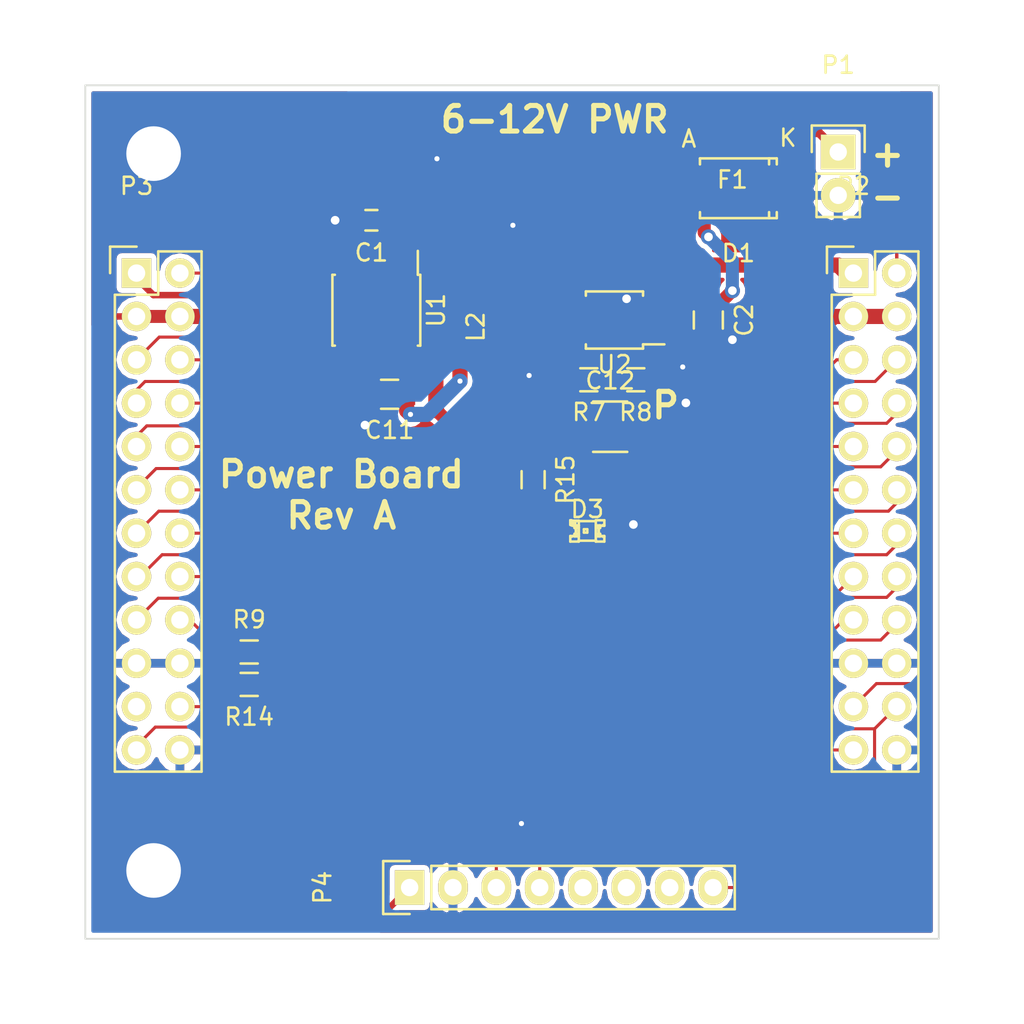
<source format=kicad_pcb>
(kicad_pcb (version 20171130) (host pcbnew "(5.1.12)-1")

  (general
    (thickness 1.6)
    (drawings 9)
    (tracks 365)
    (zones 0)
    (modules 19)
    (nets 37)
  )

  (page A4)
  (layers
    (0 F.Cu signal)
    (31 B.Cu signal)
    (32 B.Adhes user hide)
    (33 F.Adhes user hide)
    (34 B.Paste user hide)
    (35 F.Paste user hide)
    (36 B.SilkS user hide)
    (37 F.SilkS user hide)
    (38 B.Mask user hide)
    (39 F.Mask user hide)
    (40 Dwgs.User user hide)
    (41 Cmts.User user hide)
    (42 Eco1.User user hide)
    (43 Eco2.User user hide)
    (44 Edge.Cuts user)
    (45 Margin user hide)
    (46 B.CrtYd user hide)
    (47 F.CrtYd user hide)
    (48 B.Fab user hide)
    (49 F.Fab user hide)
  )

  (setup
    (last_trace_width 0.18)
    (user_trace_width 0.2)
    (user_trace_width 0.254)
    (user_trace_width 0.381)
    (user_trace_width 0.508)
    (user_trace_width 0.762)
    (user_trace_width 0.889)
    (trace_clearance 0.18)
    (zone_clearance 0.3)
    (zone_45_only no)
    (trace_min 0.18)
    (via_size 0.635)
    (via_drill 0.3)
    (via_min_size 0.635)
    (via_min_drill 0.3)
    (user_via 0.889 0.508)
    (user_via 2 1.2)
    (user_via 6 3.2)
    (uvia_size 0.508)
    (uvia_drill 0.127)
    (uvias_allowed no)
    (uvia_min_size 0.508)
    (uvia_min_drill 0.127)
    (edge_width 0.1)
    (segment_width 0.2)
    (pcb_text_width 0.3)
    (pcb_text_size 1.5 1.5)
    (mod_edge_width 0.15)
    (mod_text_size 1 1)
    (mod_text_width 0.15)
    (pad_size 2 3.4)
    (pad_drill 0)
    (pad_to_mask_clearance 0)
    (aux_axis_origin 0 0)
    (visible_elements 7FFFFFFF)
    (pcbplotparams
      (layerselection 0x010f0_80000001)
      (usegerberextensions true)
      (usegerberattributes true)
      (usegerberadvancedattributes true)
      (creategerberjobfile true)
      (excludeedgelayer true)
      (linewidth 0.100000)
      (plotframeref false)
      (viasonmask false)
      (mode 1)
      (useauxorigin false)
      (hpglpennumber 1)
      (hpglpenspeed 20)
      (hpglpendiameter 15.000000)
      (psnegative false)
      (psa4output false)
      (plotreference false)
      (plotvalue false)
      (plotinvisibletext false)
      (padsonsilk false)
      (subtractmaskfromsilk false)
      (outputformat 1)
      (mirror false)
      (drillshape 0)
      (scaleselection 1)
      (outputdirectory "out"))
  )

  (net 0 "")
  (net 1 +BATT)
  (net 2 GND)
  (net 3 +3V3)
  (net 4 +5V)
  (net 5 "Net-(F1-Pad1)")
  (net 6 "Net-(L2-Pad1)")
  (net 7 /MON_5VA)
  (net 8 /FPGA_SCK)
  (net 9 /FPGA_~CS0)
  (net 10 /FPGA_~CS1)
  (net 11 /FPGA_MISO)
  (net 12 /TRIGD)
  (net 13 /CAPTD)
  (net 14 /CLR)
  (net 15 /FPGA_MOSI)
  (net 16 /DAC_MOSI)
  (net 17 /DAC_SCLK)
  (net 18 /DAC_~SYNC)
  (net 19 /REG_EN)
  (net 20 "Net-(P3-Pad17)")
  (net 21 "Net-(P3-Pad18)")
  (net 22 /FPGA_SDA)
  (net 23 /FPGA_SCL)
  (net 24 "Net-(R7-Pad1)")
  (net 25 /Vb_MON)
  (net 26 /TEMPS)
  (net 27 "Net-(U1-Pad4)")
  (net 28 "Net-(U1-Pad5)")
  (net 29 "Net-(U1-Pad7)")
  (net 30 "Net-(U2-Pad8)")
  (net 31 "Net-(D3-Pad1)")
  (net 32 /ACC_INT)
  (net 33 "Net-(P3-Pad21)")
  (net 34 "Net-(P4-Pad5)")
  (net 35 "Net-(P4-Pad6)")
  (net 36 "Net-(P4-Pad7)")

  (net_class Default "This is the default net class."
    (clearance 0.18)
    (trace_width 0.18)
    (via_dia 0.635)
    (via_drill 0.3)
    (uvia_dia 0.508)
    (uvia_drill 0.127)
    (add_net +3V3)
    (add_net +5V)
    (add_net +BATT)
    (add_net /ACC_INT)
    (add_net /CAPTD)
    (add_net /CLR)
    (add_net /DAC_MOSI)
    (add_net /DAC_SCLK)
    (add_net /DAC_~SYNC)
    (add_net /FPGA_MISO)
    (add_net /FPGA_MOSI)
    (add_net /FPGA_SCK)
    (add_net /FPGA_SCL)
    (add_net /FPGA_SDA)
    (add_net /FPGA_~CS0)
    (add_net /FPGA_~CS1)
    (add_net /MON_5VA)
    (add_net /REG_EN)
    (add_net /TEMPS)
    (add_net /TRIGD)
    (add_net /Vb_MON)
    (add_net GND)
    (add_net "Net-(D3-Pad1)")
    (add_net "Net-(F1-Pad1)")
    (add_net "Net-(L2-Pad1)")
    (add_net "Net-(P3-Pad17)")
    (add_net "Net-(P3-Pad18)")
    (add_net "Net-(P3-Pad21)")
    (add_net "Net-(P4-Pad5)")
    (add_net "Net-(P4-Pad6)")
    (add_net "Net-(P4-Pad7)")
    (add_net "Net-(R7-Pad1)")
    (add_net "Net-(U1-Pad4)")
    (add_net "Net-(U1-Pad5)")
    (add_net "Net-(U1-Pad7)")
    (add_net "Net-(U2-Pad8)")
  )

  (module Capacitors_SMD:C_0603 (layer F.Cu) (tedit 5415D631) (tstamp 557EC51F)
    (at 116.76 87.905 180)
    (descr "Capacitor SMD 0603, reflow soldering, AVX (see smccp.pdf)")
    (tags "capacitor 0603")
    (path /557EA970)
    (attr smd)
    (fp_text reference C1 (at 0 -1.9 180) (layer F.SilkS)
      (effects (font (size 1 1) (thickness 0.15)))
    )
    (fp_text value 1u (at 0 1.9 180) (layer F.Fab)
      (effects (font (size 1 1) (thickness 0.15)))
    )
    (fp_line (start 0.35 0.6) (end -0.35 0.6) (layer F.SilkS) (width 0.15))
    (fp_line (start -0.35 -0.6) (end 0.35 -0.6) (layer F.SilkS) (width 0.15))
    (fp_line (start 1.45 -0.75) (end 1.45 0.75) (layer F.CrtYd) (width 0.05))
    (fp_line (start -1.45 -0.75) (end -1.45 0.75) (layer F.CrtYd) (width 0.05))
    (fp_line (start -1.45 0.75) (end 1.45 0.75) (layer F.CrtYd) (width 0.05))
    (fp_line (start -1.45 -0.75) (end 1.45 -0.75) (layer F.CrtYd) (width 0.05))
    (pad 1 smd rect (at -0.75 0 180) (size 0.8 0.75) (layers F.Cu F.Paste F.Mask)
      (net 1 +BATT))
    (pad 2 smd rect (at 0.75 0 180) (size 0.8 0.75) (layers F.Cu F.Paste F.Mask)
      (net 2 GND))
    (model Capacitors_SMD.3dshapes/C_0603.wrl
      (at (xyz 0 0 0))
      (scale (xyz 1 1 1))
      (rotate (xyz 0 0 0))
    )
  )

  (module Capacitors_SMD:C_0805 (layer F.Cu) (tedit 5415D6EA) (tstamp 557EC52B)
    (at 136.5 93.75 270)
    (descr "Capacitor SMD 0805, reflow soldering, AVX (see smccp.pdf)")
    (tags "capacitor 0805")
    (path /557DD239)
    (attr smd)
    (fp_text reference C2 (at 0 -2.1 270) (layer F.SilkS)
      (effects (font (size 1 1) (thickness 0.15)))
    )
    (fp_text value 10u (at 0 2.1 270) (layer F.Fab)
      (effects (font (size 1 1) (thickness 0.15)))
    )
    (fp_line (start -0.5 0.85) (end 0.5 0.85) (layer F.SilkS) (width 0.15))
    (fp_line (start 0.5 -0.85) (end -0.5 -0.85) (layer F.SilkS) (width 0.15))
    (fp_line (start 1.8 -1) (end 1.8 1) (layer F.CrtYd) (width 0.05))
    (fp_line (start -1.8 -1) (end -1.8 1) (layer F.CrtYd) (width 0.05))
    (fp_line (start -1.8 1) (end 1.8 1) (layer F.CrtYd) (width 0.05))
    (fp_line (start -1.8 -1) (end 1.8 -1) (layer F.CrtYd) (width 0.05))
    (pad 1 smd rect (at -1 0 270) (size 1 1.25) (layers F.Cu F.Paste F.Mask)
      (net 1 +BATT))
    (pad 2 smd rect (at 1 0 270) (size 1 1.25) (layers F.Cu F.Paste F.Mask)
      (net 2 GND))
    (model Capacitors_SMD.3dshapes/C_0805.wrl
      (at (xyz 0 0 0))
      (scale (xyz 1 1 1))
      (rotate (xyz 0 0 0))
    )
  )

  (module Capacitors_SMD:C_0805 (layer F.Cu) (tedit 5415D6EA) (tstamp 557EC597)
    (at 117.825 98.1 180)
    (descr "Capacitor SMD 0805, reflow soldering, AVX (see smccp.pdf)")
    (tags "capacitor 0805")
    (path /557EAAB0)
    (attr smd)
    (fp_text reference C11 (at 0 -2.1 180) (layer F.SilkS)
      (effects (font (size 1 1) (thickness 0.15)))
    )
    (fp_text value 4.7u (at 0 2.1 180) (layer F.Fab)
      (effects (font (size 1 1) (thickness 0.15)))
    )
    (fp_line (start -0.5 0.85) (end 0.5 0.85) (layer F.SilkS) (width 0.15))
    (fp_line (start 0.5 -0.85) (end -0.5 -0.85) (layer F.SilkS) (width 0.15))
    (fp_line (start 1.8 -1) (end 1.8 1) (layer F.CrtYd) (width 0.05))
    (fp_line (start -1.8 -1) (end -1.8 1) (layer F.CrtYd) (width 0.05))
    (fp_line (start -1.8 1) (end 1.8 1) (layer F.CrtYd) (width 0.05))
    (fp_line (start -1.8 -1) (end 1.8 -1) (layer F.CrtYd) (width 0.05))
    (pad 1 smd rect (at -1 0 180) (size 1 1.25) (layers F.Cu F.Paste F.Mask)
      (net 4 +5V))
    (pad 2 smd rect (at 1 0 180) (size 1 1.25) (layers F.Cu F.Paste F.Mask)
      (net 2 GND))
    (model Capacitors_SMD.3dshapes/C_0805.wrl
      (at (xyz 0 0 0))
      (scale (xyz 1 1 1))
      (rotate (xyz 0 0 0))
    )
  )

  (module Capacitors_SMD:C_1210 (layer F.Cu) (tedit 5415D85D) (tstamp 557EC5A3)
    (at 130.75 100)
    (descr "Capacitor SMD 1210, reflow soldering, AVX (see smccp.pdf)")
    (tags "capacitor 1210")
    (path /557DD1A3)
    (attr smd)
    (fp_text reference C12 (at 0 -2.7) (layer F.SilkS)
      (effects (font (size 1 1) (thickness 0.15)))
    )
    (fp_text value 22u (at 0 2.7) (layer F.Fab)
      (effects (font (size 1 1) (thickness 0.15)))
    )
    (fp_line (start -1 1.475) (end 1 1.475) (layer F.SilkS) (width 0.15))
    (fp_line (start 1 -1.475) (end -1 -1.475) (layer F.SilkS) (width 0.15))
    (fp_line (start 2.3 -1.6) (end 2.3 1.6) (layer F.CrtYd) (width 0.05))
    (fp_line (start -2.3 -1.6) (end -2.3 1.6) (layer F.CrtYd) (width 0.05))
    (fp_line (start -2.3 1.6) (end 2.3 1.6) (layer F.CrtYd) (width 0.05))
    (fp_line (start -2.3 -1.6) (end 2.3 -1.6) (layer F.CrtYd) (width 0.05))
    (pad 1 smd rect (at -1.5 0) (size 1 2.5) (layers F.Cu F.Paste F.Mask)
      (net 3 +3V3))
    (pad 2 smd rect (at 1.5 0) (size 1 2.5) (layers F.Cu F.Paste F.Mask)
      (net 2 GND))
    (model Capacitors_SMD.3dshapes/C_1210.wrl
      (at (xyz 0 0 0))
      (scale (xyz 1 1 1))
      (rotate (xyz 0 0 0))
    )
  )

  (module Diodes_SMD:Diode-SMA_Standard (layer F.Cu) (tedit 552FF239) (tstamp 557EC5DC)
    (at 138.26 86.03 180)
    (descr "Diode SMA")
    (tags "Diode SMA")
    (path /557B21D7)
    (attr smd)
    (fp_text reference D1 (at 0 -3.81 180) (layer F.SilkS)
      (effects (font (size 1 1) (thickness 0.15)))
    )
    (fp_text value >2A (at 0 4.3 180) (layer F.Fab)
      (effects (font (size 1 1) (thickness 0.15)))
    )
    (fp_line (start -2.25044 -1.75006) (end 2.25044 -1.75006) (layer F.SilkS) (width 0.15))
    (fp_line (start -2.25044 1.75006) (end 2.25044 1.75006) (layer F.SilkS) (width 0.15))
    (fp_line (start 2.25044 -1.75006) (end 2.25044 -1.39954) (layer F.SilkS) (width 0.15))
    (fp_line (start -2.25044 -1.75006) (end -2.25044 -1.39954) (layer F.SilkS) (width 0.15))
    (fp_line (start -2.25044 1.75006) (end -2.25044 1.39954) (layer F.SilkS) (width 0.15))
    (fp_line (start 2.25044 1.75006) (end 2.25044 1.39954) (layer F.SilkS) (width 0.15))
    (fp_line (start -1.79914 -1.75006) (end -1.79914 -1.39954) (layer F.SilkS) (width 0.15))
    (fp_line (start -1.79914 1.75006) (end -1.79914 1.39954) (layer F.SilkS) (width 0.15))
    (fp_circle (center 0 0) (end 0.20066 -0.0508) (layer F.Adhes) (width 0.381))
    (fp_line (start -3.5 2) (end -3.5 -2) (layer F.CrtYd) (width 0.05))
    (fp_line (start 3.5 2) (end -3.5 2) (layer F.CrtYd) (width 0.05))
    (fp_line (start 3.5 -2) (end 3.5 2) (layer F.CrtYd) (width 0.05))
    (fp_line (start -3.5 -2) (end 3.5 -2) (layer F.CrtYd) (width 0.05))
    (fp_text user K (at -2.9 2.95 180) (layer F.SilkS)
      (effects (font (size 1 1) (thickness 0.15)))
    )
    (fp_text user A (at 2.9 2.9 180) (layer F.SilkS)
      (effects (font (size 1 1) (thickness 0.15)))
    )
    (pad 1 smd rect (at -1.99898 0 180) (size 2.49936 1.80086) (layers F.Cu F.Paste F.Mask)
      (net 2 GND))
    (pad 2 smd rect (at 1.99898 0 180) (size 2.49936 1.80086) (layers F.Cu F.Paste F.Mask)
      (net 1 +BATT))
    (model Diodes_SMD.3dshapes/Diode-SMA_Standard.wrl
      (at (xyz 0 0 0))
      (scale (xyz 0.3937 0.3937 0.3937))
      (rotate (xyz 0 0 180))
    )
  )

  (module Fuse_Holders_and_Fuses:Fuse_SMD1206_Reflow (layer F.Cu) (tedit 557EC350) (tstamp 557EC5F7)
    (at 137.81 82.78 180)
    (descr "Fuse, Sicherung, SMD1206, Littlefuse-Wickmann, Reflow,")
    (tags "Fuse, Sicherung, SMD1206,  Littlefuse-Wickmann, Reflow,")
    (path /557B205A)
    (attr smd)
    (fp_text reference F1 (at -0.09906 -2.75082 180) (layer F.SilkS)
      (effects (font (size 1 1) (thickness 0.15)))
    )
    (fp_text value "2A poly" (at -0.44958 3.2004 180) (layer F.Fab)
      (effects (font (size 1 1) (thickness 0.15)))
    )
    (pad 1 smd rect (at -1.20396 0 270) (size 2.02946 1.14046) (layers F.Cu F.Paste F.Mask)
      (net 5 "Net-(F1-Pad1)"))
    (pad 2 smd rect (at 1.20396 0 270) (size 2.02946 1.14046) (layers F.Cu F.Paste F.Mask)
      (net 1 +BATT))
  )

  (module Inductors_NEOSID:Neosid_Inductor_SM-NE29_SMD1008 (layer F.Cu) (tedit 557EC350) (tstamp 557EC624)
    (at 126.075 93.95 90)
    (descr "Neosid, Inductor, SM-NE29, SMD1008, Festinduktivitaet, SMD,")
    (tags "Neosid, Inductor, SM-NE29, SMD1008, Festinduktivitaet, SMD,")
    (path /557DCD8F)
    (attr smd)
    (fp_text reference L2 (at -0.20066 -3.2004 90) (layer F.SilkS)
      (effects (font (size 1 1) (thickness 0.15)))
    )
    (fp_text value VLF252015MT-2R2M (at 0 3.2004 90) (layer F.Fab)
      (effects (font (size 1 1) (thickness 0.15)))
    )
    (pad 2 smd rect (at 1.14554 0 90) (size 1.02108 2.54) (layers F.Cu F.Paste F.Mask)
      (net 3 +3V3))
    (pad 1 smd rect (at -1.14554 0 90) (size 1.02108 2.54) (layers F.Cu F.Paste F.Mask)
      (net 6 "Net-(L2-Pad1)"))
  )

  (module Pin_Headers:Pin_Header_Straight_1x02 (layer F.Cu) (tedit 54EA090C) (tstamp 557EC635)
    (at 144.11 83.905)
    (descr "Through hole pin header")
    (tags "pin header")
    (path /557B1F3C)
    (fp_text reference P1 (at 0 -5.1) (layer F.SilkS)
      (effects (font (size 1 1) (thickness 0.15)))
    )
    (fp_text value "6V PWR" (at 0 -3.1) (layer F.Fab)
      (effects (font (size 1 1) (thickness 0.15)))
    )
    (fp_line (start -1.27 3.81) (end 1.27 3.81) (layer F.SilkS) (width 0.15))
    (fp_line (start -1.27 1.27) (end -1.27 3.81) (layer F.SilkS) (width 0.15))
    (fp_line (start -1.55 -1.55) (end 1.55 -1.55) (layer F.SilkS) (width 0.15))
    (fp_line (start -1.55 0) (end -1.55 -1.55) (layer F.SilkS) (width 0.15))
    (fp_line (start 1.27 1.27) (end -1.27 1.27) (layer F.SilkS) (width 0.15))
    (fp_line (start -1.75 4.3) (end 1.75 4.3) (layer F.CrtYd) (width 0.05))
    (fp_line (start -1.75 -1.75) (end 1.75 -1.75) (layer F.CrtYd) (width 0.05))
    (fp_line (start 1.75 -1.75) (end 1.75 4.3) (layer F.CrtYd) (width 0.05))
    (fp_line (start -1.75 -1.75) (end -1.75 4.3) (layer F.CrtYd) (width 0.05))
    (fp_line (start 1.55 -1.55) (end 1.55 0) (layer F.SilkS) (width 0.15))
    (fp_line (start 1.27 1.27) (end 1.27 3.81) (layer F.SilkS) (width 0.15))
    (pad 1 thru_hole rect (at 0 0) (size 2.032 2.032) (drill 1.016) (layers *.Cu *.Mask F.SilkS)
      (net 5 "Net-(F1-Pad1)"))
    (pad 2 thru_hole oval (at 0 2.54) (size 2.032 2.032) (drill 1.016) (layers *.Cu *.Mask F.SilkS)
      (net 2 GND))
    (model Pin_Headers.3dshapes/Pin_Header_Straight_1x02.wrl
      (offset (xyz 0 -1.269999980926514 0))
      (scale (xyz 1 1 1))
      (rotate (xyz 0 0 90))
    )
  )

  (module Pin_Headers:Pin_Header_Straight_2x12 (layer F.Cu) (tedit 557EC34F) (tstamp 557EC671)
    (at 103 91)
    (descr "Through hole pin header")
    (tags "pin header")
    (path /557F0E9C)
    (fp_text reference P3 (at 0 -5.1) (layer F.SilkS)
      (effects (font (size 1 1) (thickness 0.15)))
    )
    (fp_text value FPGA (at 0 -3.1) (layer F.Fab)
      (effects (font (size 1 1) (thickness 0.15)))
    )
    (fp_line (start -1.55 -1.55) (end -1.55 0) (layer F.SilkS) (width 0.15))
    (fp_line (start 1.27 1.27) (end -1.27 1.27) (layer F.SilkS) (width 0.15))
    (fp_line (start 1.27 -1.27) (end 1.27 1.27) (layer F.SilkS) (width 0.15))
    (fp_line (start 0 -1.55) (end -1.55 -1.55) (layer F.SilkS) (width 0.15))
    (fp_line (start 3.81 -1.27) (end 1.27 -1.27) (layer F.SilkS) (width 0.15))
    (fp_line (start 3.81 29.21) (end -1.27 29.21) (layer F.SilkS) (width 0.15))
    (fp_line (start -1.27 1.27) (end -1.27 29.21) (layer F.SilkS) (width 0.15))
    (fp_line (start 3.81 29.21) (end 3.81 -1.27) (layer F.SilkS) (width 0.15))
    (fp_line (start -1.75 29.7) (end 4.3 29.7) (layer F.CrtYd) (width 0.05))
    (fp_line (start -1.75 -1.75) (end 4.3 -1.75) (layer F.CrtYd) (width 0.05))
    (fp_line (start 4.3 -1.75) (end 4.3 29.7) (layer F.CrtYd) (width 0.05))
    (fp_line (start -1.75 -1.75) (end -1.75 29.7) (layer F.CrtYd) (width 0.05))
    (pad 1 thru_hole rect (at 0 0) (size 1.7272 1.7272) (drill 1.016) (layers *.Cu *.Mask F.SilkS)
      (net 4 +5V))
    (pad 2 thru_hole oval (at 2.54 0) (size 1.7272 1.7272) (drill 1.016) (layers *.Cu *.Mask F.SilkS)
      (net 7 /MON_5VA))
    (pad 3 thru_hole oval (at 0 2.54) (size 1.7272 1.7272) (drill 1.016) (layers *.Cu *.Mask F.SilkS)
      (net 3 +3V3))
    (pad 4 thru_hole oval (at 2.54 2.54) (size 1.7272 1.7272) (drill 1.016) (layers *.Cu *.Mask F.SilkS)
      (net 3 +3V3))
    (pad 5 thru_hole oval (at 0 5.08) (size 1.7272 1.7272) (drill 1.016) (layers *.Cu *.Mask F.SilkS)
      (net 8 /FPGA_SCK))
    (pad 6 thru_hole oval (at 2.54 5.08) (size 1.7272 1.7272) (drill 1.016) (layers *.Cu *.Mask F.SilkS)
      (net 9 /FPGA_~CS0))
    (pad 7 thru_hole oval (at 0 7.62) (size 1.7272 1.7272) (drill 1.016) (layers *.Cu *.Mask F.SilkS)
      (net 15 /FPGA_MOSI))
    (pad 8 thru_hole oval (at 2.54 7.62) (size 1.7272 1.7272) (drill 1.016) (layers *.Cu *.Mask F.SilkS)
      (net 11 /FPGA_MISO))
    (pad 9 thru_hole oval (at 0 10.16) (size 1.7272 1.7272) (drill 1.016) (layers *.Cu *.Mask F.SilkS)
      (net 12 /TRIGD))
    (pad 10 thru_hole oval (at 2.54 10.16) (size 1.7272 1.7272) (drill 1.016) (layers *.Cu *.Mask F.SilkS)
      (net 13 /CAPTD))
    (pad 11 thru_hole oval (at 0 12.7) (size 1.7272 1.7272) (drill 1.016) (layers *.Cu *.Mask F.SilkS)
      (net 14 /CLR))
    (pad 12 thru_hole oval (at 2.54 12.7) (size 1.7272 1.7272) (drill 1.016) (layers *.Cu *.Mask F.SilkS)
      (net 10 /FPGA_~CS1))
    (pad 13 thru_hole oval (at 0 15.24) (size 1.7272 1.7272) (drill 1.016) (layers *.Cu *.Mask F.SilkS)
      (net 16 /DAC_MOSI))
    (pad 14 thru_hole oval (at 2.54 15.24) (size 1.7272 1.7272) (drill 1.016) (layers *.Cu *.Mask F.SilkS)
      (net 17 /DAC_SCLK))
    (pad 15 thru_hole oval (at 0 17.78) (size 1.7272 1.7272) (drill 1.016) (layers *.Cu *.Mask F.SilkS)
      (net 18 /DAC_~SYNC))
    (pad 16 thru_hole oval (at 2.54 17.78) (size 1.7272 1.7272) (drill 1.016) (layers *.Cu *.Mask F.SilkS)
      (net 19 /REG_EN))
    (pad 17 thru_hole oval (at 0 20.32) (size 1.7272 1.7272) (drill 1.016) (layers *.Cu *.Mask F.SilkS)
      (net 20 "Net-(P3-Pad17)"))
    (pad 18 thru_hole oval (at 2.54 20.32) (size 1.7272 1.7272) (drill 1.016) (layers *.Cu *.Mask F.SilkS)
      (net 21 "Net-(P3-Pad18)"))
    (pad 19 thru_hole oval (at 0 22.86) (size 1.7272 1.7272) (drill 1.016) (layers *.Cu *.Mask F.SilkS)
      (net 2 GND))
    (pad 20 thru_hole oval (at 2.54 22.86) (size 1.7272 1.7272) (drill 1.016) (layers *.Cu *.Mask F.SilkS)
      (net 2 GND))
    (pad 21 thru_hole oval (at 0 25.4) (size 1.7272 1.7272) (drill 1.016) (layers *.Cu *.Mask F.SilkS)
      (net 33 "Net-(P3-Pad21)"))
    (pad 22 thru_hole oval (at 2.54 25.4) (size 1.7272 1.7272) (drill 1.016) (layers *.Cu *.Mask F.SilkS)
      (net 22 /FPGA_SDA))
    (pad 23 thru_hole oval (at 0 27.94) (size 1.7272 1.7272) (drill 1.016) (layers *.Cu *.Mask F.SilkS)
      (net 23 /FPGA_SCL))
    (pad 24 thru_hole oval (at 2.54 27.94) (size 1.7272 1.7272) (drill 1.016) (layers *.Cu *.Mask F.SilkS)
      (net 2 GND))
    (model Pin_Headers.3dshapes/Pin_Header_Straight_2x12.wrl
      (offset (xyz 1.269999980926514 -13.96999979019165 0))
      (scale (xyz 1 1 1))
      (rotate (xyz 0 0 90))
    )
  )

  (module Resistors_SMD:R_0603 (layer F.Cu) (tedit 5415CC62) (tstamp 557EC6F1)
    (at 129.5 97.25 180)
    (descr "Resistor SMD 0603, reflow soldering, Vishay (see dcrcw.pdf)")
    (tags "resistor 0603")
    (path /557DCF5E)
    (attr smd)
    (fp_text reference R7 (at 0 -1.9 180) (layer F.SilkS)
      (effects (font (size 1 1) (thickness 0.15)))
    )
    (fp_text value 715k (at 0 1.9 180) (layer F.Fab)
      (effects (font (size 1 1) (thickness 0.15)))
    )
    (fp_line (start -0.5 -0.675) (end 0.5 -0.675) (layer F.SilkS) (width 0.15))
    (fp_line (start 0.5 0.675) (end -0.5 0.675) (layer F.SilkS) (width 0.15))
    (fp_line (start 1.3 -0.8) (end 1.3 0.8) (layer F.CrtYd) (width 0.05))
    (fp_line (start -1.3 -0.8) (end -1.3 0.8) (layer F.CrtYd) (width 0.05))
    (fp_line (start -1.3 0.8) (end 1.3 0.8) (layer F.CrtYd) (width 0.05))
    (fp_line (start -1.3 -0.8) (end 1.3 -0.8) (layer F.CrtYd) (width 0.05))
    (pad 1 smd rect (at -0.75 0 180) (size 0.5 0.9) (layers F.Cu F.Paste F.Mask)
      (net 24 "Net-(R7-Pad1)"))
    (pad 2 smd rect (at 0.75 0 180) (size 0.5 0.9) (layers F.Cu F.Paste F.Mask)
      (net 3 +3V3))
    (model Resistors_SMD.3dshapes/R_0603.wrl
      (at (xyz 0 0 0))
      (scale (xyz 1 1 1))
      (rotate (xyz 0 0 0))
    )
  )

  (module Resistors_SMD:R_0603 (layer F.Cu) (tedit 5415CC62) (tstamp 557EC6FD)
    (at 132.25 97.25 180)
    (descr "Resistor SMD 0603, reflow soldering, Vishay (see dcrcw.pdf)")
    (tags "resistor 0603")
    (path /557DCFC0)
    (attr smd)
    (fp_text reference R8 (at 0 -1.9 180) (layer F.SilkS)
      (effects (font (size 1 1) (thickness 0.15)))
    )
    (fp_text value 180k (at 0 1.9 180) (layer F.Fab)
      (effects (font (size 1 1) (thickness 0.15)))
    )
    (fp_line (start -0.5 -0.675) (end 0.5 -0.675) (layer F.SilkS) (width 0.15))
    (fp_line (start 0.5 0.675) (end -0.5 0.675) (layer F.SilkS) (width 0.15))
    (fp_line (start 1.3 -0.8) (end 1.3 0.8) (layer F.CrtYd) (width 0.05))
    (fp_line (start -1.3 -0.8) (end -1.3 0.8) (layer F.CrtYd) (width 0.05))
    (fp_line (start -1.3 0.8) (end 1.3 0.8) (layer F.CrtYd) (width 0.05))
    (fp_line (start -1.3 -0.8) (end 1.3 -0.8) (layer F.CrtYd) (width 0.05))
    (pad 1 smd rect (at -0.75 0 180) (size 0.5 0.9) (layers F.Cu F.Paste F.Mask)
      (net 2 GND))
    (pad 2 smd rect (at 0.75 0 180) (size 0.5 0.9) (layers F.Cu F.Paste F.Mask)
      (net 24 "Net-(R7-Pad1)"))
    (model Resistors_SMD.3dshapes/R_0603.wrl
      (at (xyz 0 0 0))
      (scale (xyz 1 1 1))
      (rotate (xyz 0 0 0))
    )
  )

  (module Resistors_SMD:R_0603 (layer F.Cu) (tedit 5415CC62) (tstamp 557EC709)
    (at 109.6 113.2)
    (descr "Resistor SMD 0603, reflow soldering, Vishay (see dcrcw.pdf)")
    (tags "resistor 0603")
    (path /557F2E6F)
    (attr smd)
    (fp_text reference R9 (at 0 -1.9) (layer F.SilkS)
      (effects (font (size 1 1) (thickness 0.15)))
    )
    (fp_text value 10k (at 0 1.9) (layer F.Fab)
      (effects (font (size 1 1) (thickness 0.15)))
    )
    (fp_line (start -0.5 -0.675) (end 0.5 -0.675) (layer F.SilkS) (width 0.15))
    (fp_line (start 0.5 0.675) (end -0.5 0.675) (layer F.SilkS) (width 0.15))
    (fp_line (start 1.3 -0.8) (end 1.3 0.8) (layer F.CrtYd) (width 0.05))
    (fp_line (start -1.3 -0.8) (end -1.3 0.8) (layer F.CrtYd) (width 0.05))
    (fp_line (start -1.3 0.8) (end 1.3 0.8) (layer F.CrtYd) (width 0.05))
    (fp_line (start -1.3 -0.8) (end 1.3 -0.8) (layer F.CrtYd) (width 0.05))
    (pad 1 smd rect (at -0.75 0) (size 0.5 0.9) (layers F.Cu F.Paste F.Mask)
      (net 20 "Net-(P3-Pad17)"))
    (pad 2 smd rect (at 0.75 0) (size 0.5 0.9) (layers F.Cu F.Paste F.Mask)
      (net 25 /Vb_MON))
    (model Resistors_SMD.3dshapes/R_0603.wrl
      (at (xyz 0 0 0))
      (scale (xyz 1 1 1))
      (rotate (xyz 0 0 0))
    )
  )

  (module Resistors_SMD:R_0603 (layer F.Cu) (tedit 5415CC62) (tstamp 557EC745)
    (at 109.6 115.1 180)
    (descr "Resistor SMD 0603, reflow soldering, Vishay (see dcrcw.pdf)")
    (tags "resistor 0603")
    (path /557F27C1)
    (attr smd)
    (fp_text reference R14 (at 0 -1.9 180) (layer F.SilkS)
      (effects (font (size 1 1) (thickness 0.15)))
    )
    (fp_text value 10k (at 0 1.9 180) (layer F.Fab)
      (effects (font (size 1 1) (thickness 0.15)))
    )
    (fp_line (start -0.5 -0.675) (end 0.5 -0.675) (layer F.SilkS) (width 0.15))
    (fp_line (start 0.5 0.675) (end -0.5 0.675) (layer F.SilkS) (width 0.15))
    (fp_line (start 1.3 -0.8) (end 1.3 0.8) (layer F.CrtYd) (width 0.05))
    (fp_line (start -1.3 -0.8) (end -1.3 0.8) (layer F.CrtYd) (width 0.05))
    (fp_line (start -1.3 0.8) (end 1.3 0.8) (layer F.CrtYd) (width 0.05))
    (fp_line (start -1.3 -0.8) (end 1.3 -0.8) (layer F.CrtYd) (width 0.05))
    (pad 1 smd rect (at -0.75 0 180) (size 0.5 0.9) (layers F.Cu F.Paste F.Mask)
      (net 26 /TEMPS))
    (pad 2 smd rect (at 0.75 0 180) (size 0.5 0.9) (layers F.Cu F.Paste F.Mask)
      (net 21 "Net-(P3-Pad18)"))
    (model Resistors_SMD.3dshapes/R_0603.wrl
      (at (xyz 0 0 0))
      (scale (xyz 1 1 1))
      (rotate (xyz 0 0 0))
    )
  )

  (module SOIC_Packages:SOIC-8_3.9x4.9mm_Pitch1.27mm (layer F.Cu) (tedit 54130A77) (tstamp 557EC77E)
    (at 117.05 93.175 270)
    (descr "8-Lead Plastic Small Outline (SN) - Narrow, 3.90 mm Body [SOIC] (see Microchip Packaging Specification 00000049BS.pdf)")
    (tags "SOIC 1.27")
    (path /557EA6BB)
    (attr smd)
    (fp_text reference U1 (at 0 -3.5 270) (layer F.SilkS)
      (effects (font (size 1 1) (thickness 0.15)))
    )
    (fp_text value LK115D50 (at 0 3.5 270) (layer F.Fab)
      (effects (font (size 1 1) (thickness 0.15)))
    )
    (fp_line (start -2.075 -2.43) (end -3.475 -2.43) (layer F.SilkS) (width 0.15))
    (fp_line (start -2.075 2.575) (end 2.075 2.575) (layer F.SilkS) (width 0.15))
    (fp_line (start -2.075 -2.575) (end 2.075 -2.575) (layer F.SilkS) (width 0.15))
    (fp_line (start -2.075 2.575) (end -2.075 2.43) (layer F.SilkS) (width 0.15))
    (fp_line (start 2.075 2.575) (end 2.075 2.43) (layer F.SilkS) (width 0.15))
    (fp_line (start 2.075 -2.575) (end 2.075 -2.43) (layer F.SilkS) (width 0.15))
    (fp_line (start -2.075 -2.575) (end -2.075 -2.43) (layer F.SilkS) (width 0.15))
    (fp_line (start -3.75 2.75) (end 3.75 2.75) (layer F.CrtYd) (width 0.05))
    (fp_line (start -3.75 -2.75) (end 3.75 -2.75) (layer F.CrtYd) (width 0.05))
    (fp_line (start 3.75 -2.75) (end 3.75 2.75) (layer F.CrtYd) (width 0.05))
    (fp_line (start -3.75 -2.75) (end -3.75 2.75) (layer F.CrtYd) (width 0.05))
    (pad 1 smd rect (at -2.7 -1.905 270) (size 1.55 0.6) (layers F.Cu F.Paste F.Mask)
      (net 1 +BATT))
    (pad 2 smd rect (at -2.7 -0.635 270) (size 1.55 0.6) (layers F.Cu F.Paste F.Mask)
      (net 1 +BATT))
    (pad 3 smd rect (at -2.7 0.635 270) (size 1.55 0.6) (layers F.Cu F.Paste F.Mask)
      (net 2 GND))
    (pad 4 smd rect (at -2.7 1.905 270) (size 1.55 0.6) (layers F.Cu F.Paste F.Mask)
      (net 27 "Net-(U1-Pad4)"))
    (pad 5 smd rect (at 2.7 1.905 270) (size 1.55 0.6) (layers F.Cu F.Paste F.Mask)
      (net 28 "Net-(U1-Pad5)"))
    (pad 6 smd rect (at 2.7 0.635 270) (size 1.55 0.6) (layers F.Cu F.Paste F.Mask)
      (net 2 GND))
    (pad 7 smd rect (at 2.7 -0.635 270) (size 1.55 0.6) (layers F.Cu F.Paste F.Mask)
      (net 29 "Net-(U1-Pad7)"))
    (pad 8 smd rect (at 2.7 -1.905 270) (size 1.55 0.6) (layers F.Cu F.Paste F.Mask)
      (net 4 +5V))
    (model Housings_SOIC.3dshapes/SOIC-8_3.9x4.9mm_Pitch1.27mm.wrl
      (at (xyz 0 0 0))
      (scale (xyz 1 1 1))
      (rotate (xyz 0 0 0))
    )
  )

  (module SSOP_Packages:MSOP-8_3x3mm_Pitch0.65mm (layer F.Cu) (tedit 54130A77) (tstamp 557ED54C)
    (at 131 93.75 180)
    (descr "8-Lead Plastic Micro Small Outline Package (MS) [MSOP] (see Microchip Packaging Specification 00000049BS.pdf)")
    (tags "SSOP 0.65")
    (path /557DCD0E)
    (attr smd)
    (fp_text reference U2 (at 0 -2.6 180) (layer F.SilkS)
      (effects (font (size 1 1) (thickness 0.15)))
    )
    (fp_text value TPS62160 (at 0 2.6 180) (layer F.Fab)
      (effects (font (size 1 1) (thickness 0.15)))
    )
    (fp_line (start -1.675 -1.425) (end -2.925 -1.425) (layer F.SilkS) (width 0.15))
    (fp_line (start -1.675 1.675) (end 1.675 1.675) (layer F.SilkS) (width 0.15))
    (fp_line (start -1.675 -1.675) (end 1.675 -1.675) (layer F.SilkS) (width 0.15))
    (fp_line (start -1.675 1.675) (end -1.675 1.425) (layer F.SilkS) (width 0.15))
    (fp_line (start 1.675 1.675) (end 1.675 1.425) (layer F.SilkS) (width 0.15))
    (fp_line (start 1.675 -1.675) (end 1.675 -1.425) (layer F.SilkS) (width 0.15))
    (fp_line (start -1.675 -1.675) (end -1.675 -1.425) (layer F.SilkS) (width 0.15))
    (fp_line (start -3.2 1.85) (end 3.2 1.85) (layer F.CrtYd) (width 0.05))
    (fp_line (start -3.2 -1.85) (end 3.2 -1.85) (layer F.CrtYd) (width 0.05))
    (fp_line (start 3.2 -1.85) (end 3.2 1.85) (layer F.CrtYd) (width 0.05))
    (fp_line (start -3.2 -1.85) (end -3.2 1.85) (layer F.CrtYd) (width 0.05))
    (pad 1 smd rect (at -2.2 -0.975 180) (size 1.45 0.45) (layers F.Cu F.Paste F.Mask)
      (net 2 GND))
    (pad 2 smd rect (at -2.2 -0.325 180) (size 1.45 0.45) (layers F.Cu F.Paste F.Mask)
      (net 1 +BATT))
    (pad 3 smd rect (at -2.2 0.325 180) (size 1.45 0.45) (layers F.Cu F.Paste F.Mask)
      (net 1 +BATT))
    (pad 4 smd rect (at -2.2 0.975 180) (size 1.45 0.45) (layers F.Cu F.Paste F.Mask)
      (net 2 GND))
    (pad 5 smd rect (at 2.2 0.975 180) (size 1.45 0.45) (layers F.Cu F.Paste F.Mask)
      (net 24 "Net-(R7-Pad1)"))
    (pad 6 smd rect (at 2.2 0.325 180) (size 1.45 0.45) (layers F.Cu F.Paste F.Mask)
      (net 3 +3V3))
    (pad 7 smd rect (at 2.2 -0.325 180) (size 1.45 0.45) (layers F.Cu F.Paste F.Mask)
      (net 6 "Net-(L2-Pad1)"))
    (pad 8 smd rect (at 2.2 -0.975 180) (size 1.45 0.45) (layers F.Cu F.Paste F.Mask)
      (net 30 "Net-(U2-Pad8)"))
    (model Housings_SSOP.3dshapes/MSOP-8_3x3mm_Pitch0.65mm.wrl
      (at (xyz 0 0 0))
      (scale (xyz 1 1 1))
      (rotate (xyz 0 0 0))
    )
  )

  (module LEDs:LED-0805 (layer F.Cu) (tedit 5538B1C2) (tstamp 557EF450)
    (at 129.41 106.105)
    (descr "LED 0805 smd package")
    (tags "LED 0805 SMD")
    (path /557F0EB0)
    (attr smd)
    (fp_text reference D3 (at 0 -1.27) (layer F.SilkS)
      (effects (font (size 1 1) (thickness 0.15)))
    )
    (fp_text value GREEN (at 0 1.27) (layer F.Fab)
      (effects (font (size 1 1) (thickness 0.15)))
    )
    (fp_circle (center -0.84836 -0.44958) (end -0.89916 -0.50038) (layer F.SilkS) (width 0.15))
    (fp_line (start 0.49784 -0.57404) (end -0.92456 -0.57404) (layer F.SilkS) (width 0.15))
    (fp_line (start -0.52324 0.57404) (end 0.52324 0.57404) (layer F.SilkS) (width 0.15))
    (fp_line (start -0.92456 -0.62484) (end -0.99822 -0.62484) (layer F.SilkS) (width 0.15))
    (fp_line (start -0.99822 -0.62484) (end -0.99822 -0.39878) (layer F.SilkS) (width 0.15))
    (fp_line (start -0.92456 -0.39878) (end -0.99822 -0.39878) (layer F.SilkS) (width 0.15))
    (fp_line (start -0.92456 -0.62484) (end -0.92456 -0.39878) (layer F.SilkS) (width 0.15))
    (fp_line (start -0.49784 -0.59944) (end -0.79756 -0.59944) (layer F.SilkS) (width 0.15))
    (fp_line (start -0.79756 -0.59944) (end -0.79756 -0.29972) (layer F.SilkS) (width 0.15))
    (fp_line (start -0.49784 -0.29972) (end -0.79756 -0.29972) (layer F.SilkS) (width 0.15))
    (fp_line (start -0.49784 -0.59944) (end -0.49784 -0.29972) (layer F.SilkS) (width 0.15))
    (fp_line (start 0 -0.09906) (end -0.19812 -0.09906) (layer F.SilkS) (width 0.15))
    (fp_line (start -0.19812 -0.09906) (end -0.19812 0.09906) (layer F.SilkS) (width 0.15))
    (fp_line (start 0 0.09906) (end -0.19812 0.09906) (layer F.SilkS) (width 0.15))
    (fp_line (start 0 -0.09906) (end 0 0.09906) (layer F.SilkS) (width 0.15))
    (fp_line (start 0.6731 -0.19812) (end 0.49784 -0.19812) (layer F.SilkS) (width 0.15))
    (fp_line (start 0.49784 -0.19812) (end 0.49784 0.19812) (layer F.SilkS) (width 0.15))
    (fp_line (start 0.6731 0.19812) (end 0.49784 0.19812) (layer F.SilkS) (width 0.15))
    (fp_line (start 0.6731 -0.19812) (end 0.6731 0.19812) (layer F.SilkS) (width 0.15))
    (fp_line (start 0.7493 -0.32258) (end 0.49784 -0.32258) (layer F.SilkS) (width 0.15))
    (fp_line (start 0.49784 -0.32258) (end 0.49784 -0.17272) (layer F.SilkS) (width 0.15))
    (fp_line (start 0.7493 -0.17272) (end 0.49784 -0.17272) (layer F.SilkS) (width 0.15))
    (fp_line (start 0.7493 -0.32258) (end 0.7493 -0.17272) (layer F.SilkS) (width 0.15))
    (fp_line (start 0.7493 0.17272) (end 0.49784 0.17272) (layer F.SilkS) (width 0.15))
    (fp_line (start 0.49784 0.17272) (end 0.49784 0.32258) (layer F.SilkS) (width 0.15))
    (fp_line (start 0.7493 0.32258) (end 0.49784 0.32258) (layer F.SilkS) (width 0.15))
    (fp_line (start 0.7493 0.17272) (end 0.7493 0.32258) (layer F.SilkS) (width 0.15))
    (fp_line (start 0.99822 -0.62484) (end 0.49784 -0.62484) (layer F.SilkS) (width 0.15))
    (fp_line (start 0.49784 -0.62484) (end 0.49784 -0.29972) (layer F.SilkS) (width 0.15))
    (fp_line (start 0.99822 -0.29972) (end 0.49784 -0.29972) (layer F.SilkS) (width 0.15))
    (fp_line (start 0.99822 -0.62484) (end 0.99822 -0.29972) (layer F.SilkS) (width 0.15))
    (fp_line (start 0.99822 0.29972) (end 0.49784 0.29972) (layer F.SilkS) (width 0.15))
    (fp_line (start 0.49784 0.29972) (end 0.49784 0.62484) (layer F.SilkS) (width 0.15))
    (fp_line (start 0.99822 0.62484) (end 0.49784 0.62484) (layer F.SilkS) (width 0.15))
    (fp_line (start 0.99822 0.29972) (end 0.99822 0.62484) (layer F.SilkS) (width 0.15))
    (fp_line (start -0.49784 -0.19812) (end -0.6731 -0.19812) (layer F.SilkS) (width 0.15))
    (fp_line (start -0.6731 -0.19812) (end -0.6731 0.19812) (layer F.SilkS) (width 0.15))
    (fp_line (start -0.49784 0.19812) (end -0.6731 0.19812) (layer F.SilkS) (width 0.15))
    (fp_line (start -0.49784 -0.19812) (end -0.49784 0.19812) (layer F.SilkS) (width 0.15))
    (fp_line (start -0.49784 0.17272) (end -0.7493 0.17272) (layer F.SilkS) (width 0.15))
    (fp_line (start -0.7493 0.17272) (end -0.7493 0.32258) (layer F.SilkS) (width 0.15))
    (fp_line (start -0.49784 0.32258) (end -0.7493 0.32258) (layer F.SilkS) (width 0.15))
    (fp_line (start -0.49784 0.17272) (end -0.49784 0.32258) (layer F.SilkS) (width 0.15))
    (fp_line (start -0.49784 -0.32258) (end -0.7493 -0.32258) (layer F.SilkS) (width 0.15))
    (fp_line (start -0.7493 -0.32258) (end -0.7493 -0.17272) (layer F.SilkS) (width 0.15))
    (fp_line (start -0.49784 -0.17272) (end -0.7493 -0.17272) (layer F.SilkS) (width 0.15))
    (fp_line (start -0.49784 -0.32258) (end -0.49784 -0.17272) (layer F.SilkS) (width 0.15))
    (fp_line (start -0.49784 0.29972) (end -0.99822 0.29972) (layer F.SilkS) (width 0.15))
    (fp_line (start -0.99822 0.29972) (end -0.99822 0.62484) (layer F.SilkS) (width 0.15))
    (fp_line (start -0.49784 0.62484) (end -0.99822 0.62484) (layer F.SilkS) (width 0.15))
    (fp_line (start -0.49784 0.29972) (end -0.49784 0.62484) (layer F.SilkS) (width 0.15))
    (fp_arc (start -0.99822 0) (end -0.99822 0.34798) (angle -180) (layer F.SilkS) (width 0.15))
    (fp_arc (start 0.99822 0) (end 0.99822 -0.34798) (angle -180) (layer F.SilkS) (width 0.15))
    (pad 2 smd rect (at 1.04902 0 180) (size 1.19888 1.19888) (layers F.Cu F.Paste F.Mask)
      (net 2 GND))
    (pad 1 smd rect (at -1.04902 0 180) (size 1.19888 1.19888) (layers F.Cu F.Paste F.Mask)
      (net 31 "Net-(D3-Pad1)"))
  )

  (module Resistors_SMD:R_0603 (layer F.Cu) (tedit 5415CC62) (tstamp 557EF4D2)
    (at 126.235 103.105 270)
    (descr "Resistor SMD 0603, reflow soldering, Vishay (see dcrcw.pdf)")
    (tags "resistor 0603")
    (path /557F16E7)
    (attr smd)
    (fp_text reference R15 (at 0 -1.9 270) (layer F.SilkS)
      (effects (font (size 1 1) (thickness 0.15)))
    )
    (fp_text value 330 (at 0 1.9 270) (layer F.Fab)
      (effects (font (size 1 1) (thickness 0.15)))
    )
    (fp_line (start -0.5 -0.675) (end 0.5 -0.675) (layer F.SilkS) (width 0.15))
    (fp_line (start 0.5 0.675) (end -0.5 0.675) (layer F.SilkS) (width 0.15))
    (fp_line (start 1.3 -0.8) (end 1.3 0.8) (layer F.CrtYd) (width 0.05))
    (fp_line (start -1.3 -0.8) (end -1.3 0.8) (layer F.CrtYd) (width 0.05))
    (fp_line (start -1.3 0.8) (end 1.3 0.8) (layer F.CrtYd) (width 0.05))
    (fp_line (start -1.3 -0.8) (end 1.3 -0.8) (layer F.CrtYd) (width 0.05))
    (pad 1 smd rect (at -0.75 0 270) (size 0.5 0.9) (layers F.Cu F.Paste F.Mask)
      (net 3 +3V3))
    (pad 2 smd rect (at 0.75 0 270) (size 0.5 0.9) (layers F.Cu F.Paste F.Mask)
      (net 31 "Net-(D3-Pad1)"))
    (model Resistors_SMD.3dshapes/R_0603.wrl
      (at (xyz 0 0 0))
      (scale (xyz 1 1 1))
      (rotate (xyz 0 0 0))
    )
  )

  (module Pin_Headers:Pin_Header_Straight_2x12 (layer F.Cu) (tedit 55AE035C) (tstamp 55AE04E2)
    (at 145 91)
    (descr "Through hole pin header")
    (tags "pin header")
    (path /55AE0A5E)
    (fp_text reference P2 (at 0 -5.1) (layer F.SilkS)
      (effects (font (size 1 1) (thickness 0.15)))
    )
    (fp_text value FPGA (at 0 -3.1) (layer F.Fab)
      (effects (font (size 1 1) (thickness 0.15)))
    )
    (fp_line (start -1.55 -1.55) (end -1.55 0) (layer F.SilkS) (width 0.15))
    (fp_line (start 1.27 1.27) (end -1.27 1.27) (layer F.SilkS) (width 0.15))
    (fp_line (start 1.27 -1.27) (end 1.27 1.27) (layer F.SilkS) (width 0.15))
    (fp_line (start 0 -1.55) (end -1.55 -1.55) (layer F.SilkS) (width 0.15))
    (fp_line (start 3.81 -1.27) (end 1.27 -1.27) (layer F.SilkS) (width 0.15))
    (fp_line (start 3.81 29.21) (end -1.27 29.21) (layer F.SilkS) (width 0.15))
    (fp_line (start -1.27 1.27) (end -1.27 29.21) (layer F.SilkS) (width 0.15))
    (fp_line (start 3.81 29.21) (end 3.81 -1.27) (layer F.SilkS) (width 0.15))
    (fp_line (start -1.75 29.7) (end 4.3 29.7) (layer F.CrtYd) (width 0.05))
    (fp_line (start -1.75 -1.75) (end 4.3 -1.75) (layer F.CrtYd) (width 0.05))
    (fp_line (start 4.3 -1.75) (end 4.3 29.7) (layer F.CrtYd) (width 0.05))
    (fp_line (start -1.75 -1.75) (end -1.75 29.7) (layer F.CrtYd) (width 0.05))
    (pad 1 thru_hole rect (at 0 0) (size 1.7272 1.7272) (drill 1.016) (layers *.Cu *.Mask F.SilkS)
      (net 4 +5V))
    (pad 2 thru_hole oval (at 2.54 0) (size 1.7272 1.7272) (drill 1.016) (layers *.Cu *.Mask F.SilkS)
      (net 7 /MON_5VA))
    (pad 3 thru_hole oval (at 0 2.54) (size 1.7272 1.7272) (drill 1.016) (layers *.Cu *.Mask F.SilkS)
      (net 3 +3V3))
    (pad 4 thru_hole oval (at 2.54 2.54) (size 1.7272 1.7272) (drill 1.016) (layers *.Cu *.Mask F.SilkS)
      (net 3 +3V3))
    (pad 5 thru_hole oval (at 0 5.08) (size 1.7272 1.7272) (drill 1.016) (layers *.Cu *.Mask F.SilkS)
      (net 8 /FPGA_SCK))
    (pad 6 thru_hole oval (at 2.54 5.08) (size 1.7272 1.7272) (drill 1.016) (layers *.Cu *.Mask F.SilkS)
      (net 9 /FPGA_~CS0))
    (pad 7 thru_hole oval (at 0 7.62) (size 1.7272 1.7272) (drill 1.016) (layers *.Cu *.Mask F.SilkS)
      (net 15 /FPGA_MOSI))
    (pad 8 thru_hole oval (at 2.54 7.62) (size 1.7272 1.7272) (drill 1.016) (layers *.Cu *.Mask F.SilkS)
      (net 11 /FPGA_MISO))
    (pad 9 thru_hole oval (at 0 10.16) (size 1.7272 1.7272) (drill 1.016) (layers *.Cu *.Mask F.SilkS)
      (net 12 /TRIGD))
    (pad 10 thru_hole oval (at 2.54 10.16) (size 1.7272 1.7272) (drill 1.016) (layers *.Cu *.Mask F.SilkS)
      (net 13 /CAPTD))
    (pad 11 thru_hole oval (at 0 12.7) (size 1.7272 1.7272) (drill 1.016) (layers *.Cu *.Mask F.SilkS)
      (net 14 /CLR))
    (pad 12 thru_hole oval (at 2.54 12.7) (size 1.7272 1.7272) (drill 1.016) (layers *.Cu *.Mask F.SilkS)
      (net 10 /FPGA_~CS1))
    (pad 13 thru_hole oval (at 0 15.24) (size 1.7272 1.7272) (drill 1.016) (layers *.Cu *.Mask F.SilkS)
      (net 16 /DAC_MOSI))
    (pad 14 thru_hole oval (at 2.54 15.24) (size 1.7272 1.7272) (drill 1.016) (layers *.Cu *.Mask F.SilkS)
      (net 17 /DAC_SCLK))
    (pad 15 thru_hole oval (at 0 17.78) (size 1.7272 1.7272) (drill 1.016) (layers *.Cu *.Mask F.SilkS)
      (net 18 /DAC_~SYNC))
    (pad 16 thru_hole oval (at 2.54 17.78) (size 1.7272 1.7272) (drill 1.016) (layers *.Cu *.Mask F.SilkS)
      (net 19 /REG_EN))
    (pad 17 thru_hole oval (at 0 20.32) (size 1.7272 1.7272) (drill 1.016) (layers *.Cu *.Mask F.SilkS)
      (net 25 /Vb_MON))
    (pad 18 thru_hole oval (at 2.54 20.32) (size 1.7272 1.7272) (drill 1.016) (layers *.Cu *.Mask F.SilkS)
      (net 26 /TEMPS))
    (pad 19 thru_hole oval (at 0 22.86) (size 1.7272 1.7272) (drill 1.016) (layers *.Cu *.Mask F.SilkS)
      (net 2 GND))
    (pad 20 thru_hole oval (at 2.54 22.86) (size 1.7272 1.7272) (drill 1.016) (layers *.Cu *.Mask F.SilkS)
      (net 2 GND))
    (pad 21 thru_hole oval (at 0 25.4) (size 1.7272 1.7272) (drill 1.016) (layers *.Cu *.Mask F.SilkS)
      (net 32 /ACC_INT))
    (pad 22 thru_hole oval (at 2.54 25.4) (size 1.7272 1.7272) (drill 1.016) (layers *.Cu *.Mask F.SilkS)
      (net 22 /FPGA_SDA))
    (pad 23 thru_hole oval (at 0 27.94) (size 1.7272 1.7272) (drill 1.016) (layers *.Cu *.Mask F.SilkS)
      (net 23 /FPGA_SCL))
    (pad 24 thru_hole oval (at 2.54 27.94) (size 1.7272 1.7272) (drill 1.016) (layers *.Cu *.Mask F.SilkS)
      (net 2 GND))
    (model Pin_Headers.3dshapes/Pin_Header_Straight_2x12.wrl
      (offset (xyz 1.269999980926514 -13.96999979019165 0))
      (scale (xyz 1 1 1))
      (rotate (xyz 0 0 90))
    )
  )

  (module Pin_Headers:Pin_Header_Straight_1x08 (layer F.Cu) (tedit 55AE8088) (tstamp 55AE8164)
    (at 119 127 90)
    (descr "Through hole pin header")
    (tags "pin header")
    (path /55AE8E0C)
    (fp_text reference P4 (at 0 -5.1 90) (layer F.SilkS)
      (effects (font (size 1 1) (thickness 0.15)))
    )
    (fp_text value MPU9150 (at 0 -3.1 90) (layer F.Fab)
      (effects (font (size 1 1) (thickness 0.15)))
    )
    (fp_line (start -1.55 -1.55) (end 1.55 -1.55) (layer F.SilkS) (width 0.15))
    (fp_line (start -1.55 0) (end -1.55 -1.55) (layer F.SilkS) (width 0.15))
    (fp_line (start 1.27 1.27) (end -1.27 1.27) (layer F.SilkS) (width 0.15))
    (fp_line (start 1.55 -1.55) (end 1.55 0) (layer F.SilkS) (width 0.15))
    (fp_line (start -1.27 19.05) (end -1.27 1.27) (layer F.SilkS) (width 0.15))
    (fp_line (start 1.27 19.05) (end -1.27 19.05) (layer F.SilkS) (width 0.15))
    (fp_line (start 1.27 1.27) (end 1.27 19.05) (layer F.SilkS) (width 0.15))
    (fp_line (start -1.75 19.55) (end 1.75 19.55) (layer F.CrtYd) (width 0.05))
    (fp_line (start -1.75 -1.75) (end 1.75 -1.75) (layer F.CrtYd) (width 0.05))
    (fp_line (start 1.75 -1.75) (end 1.75 19.55) (layer F.CrtYd) (width 0.05))
    (fp_line (start -1.75 -1.75) (end -1.75 19.55) (layer F.CrtYd) (width 0.05))
    (pad 1 thru_hole rect (at 0 0 90) (size 2.032 1.7272) (drill 1.016) (layers *.Cu *.Mask F.SilkS)
      (net 3 +3V3))
    (pad 2 thru_hole oval (at 0 2.54 90) (size 2.032 1.7272) (drill 1.016) (layers *.Cu *.Mask F.SilkS)
      (net 2 GND))
    (pad 3 thru_hole oval (at 0 5.08 90) (size 2.032 1.7272) (drill 1.016) (layers *.Cu *.Mask F.SilkS)
      (net 23 /FPGA_SCL))
    (pad 4 thru_hole oval (at 0 7.62 90) (size 2.032 1.7272) (drill 1.016) (layers *.Cu *.Mask F.SilkS)
      (net 22 /FPGA_SDA))
    (pad 5 thru_hole oval (at 0 10.16 90) (size 2.032 1.7272) (drill 1.016) (layers *.Cu *.Mask F.SilkS)
      (net 34 "Net-(P4-Pad5)"))
    (pad 6 thru_hole oval (at 0 12.7 90) (size 2.032 1.7272) (drill 1.016) (layers *.Cu *.Mask F.SilkS)
      (net 35 "Net-(P4-Pad6)"))
    (pad 7 thru_hole oval (at 0 15.24 90) (size 2.032 1.7272) (drill 1.016) (layers *.Cu *.Mask F.SilkS)
      (net 36 "Net-(P4-Pad7)"))
    (pad 8 thru_hole oval (at 0 17.78 90) (size 2.032 1.7272) (drill 1.016) (layers *.Cu *.Mask F.SilkS)
      (net 32 /ACC_INT))
    (model Pin_Headers.3dshapes/Pin_Header_Straight_1x08.wrl
      (offset (xyz 0 -8.889999866485596 0))
      (scale (xyz 1 1 1))
      (rotate (xyz 0 0 90))
    )
  )

  (gr_text "6-12V PWR" (at 127.5 82) (layer F.SilkS)
    (effects (font (size 1.5 1.5) (thickness 0.3)))
  )
  (gr_text - (at 147 86.5) (layer F.SilkS)
    (effects (font (size 1.5 1.5) (thickness 0.3)))
  )
  (gr_text + (at 147 84) (layer F.SilkS)
    (effects (font (size 1.5 1.5) (thickness 0.3)))
  )
  (gr_text "Power Board\nRev A" (at 115 104) (layer F.SilkS)
    (effects (font (size 1.5 1.5) (thickness 0.3)))
  )
  (gr_text P (at 134 98.75) (layer F.SilkS)
    (effects (font (size 1.5 1.5) (thickness 0.3)))
  )
  (gr_line (start 100 130) (end 100 80) (angle 90) (layer Edge.Cuts) (width 0.1))
  (gr_line (start 150 130) (end 100 130) (angle 90) (layer Edge.Cuts) (width 0.1))
  (gr_line (start 150 80) (end 150 130) (angle 90) (layer Edge.Cuts) (width 0.1))
  (gr_line (start 100 80) (end 150 80) (angle 90) (layer Edge.Cuts) (width 0.1))

  (segment (start 137.91 92.03) (end 137.19 92.75) (width 0.762) (layer F.Cu) (net 1) (tstamp 55AE09ED))
  (segment (start 137.19 92.75) (end 136.5 92.75) (width 0.762) (layer F.Cu) (net 1) (tstamp 55AE09EE))
  (via (at 136.51 88.88) (size 0.889) (drill 0.508) (layers F.Cu B.Cu) (net 1))
  (segment (start 136.26102 88.63102) (end 136.51 88.88) (width 0.762) (layer F.Cu) (net 1) (tstamp 55AE09E3))
  (segment (start 136.26102 86.03) (end 136.26102 88.63102) (width 0.762) (layer F.Cu) (net 1))
  (segment (start 137.91 90.28) (end 137.91 92.03) (width 0.762) (layer B.Cu) (net 1) (tstamp 55AE09E9))
  (segment (start 136.51 88.88) (end 137.91 90.28) (width 0.762) (layer B.Cu) (net 1) (tstamp 55AE09E8))
  (via (at 137.91 92.03) (size 0.889) (drill 0.508) (layers F.Cu B.Cu) (net 1))
  (segment (start 135.825 93.425) (end 136.5 92.75) (width 0.381) (layer F.Cu) (net 1) (tstamp 55AE0A07))
  (segment (start 133.2 93.425) (end 135.825 93.425) (width 0.381) (layer F.Cu) (net 1))
  (segment (start 135.175 94.075) (end 135.825 93.425) (width 0.381) (layer F.Cu) (net 1) (tstamp 55AE0A0A))
  (segment (start 133.2 94.075) (end 135.175 94.075) (width 0.381) (layer F.Cu) (net 1))
  (segment (start 136.26102 83.12502) (end 136.60604 82.78) (width 0.508) (layer F.Cu) (net 1) (tstamp 55AE0A5D))
  (segment (start 136.26102 86.03) (end 136.26102 83.12502) (width 0.508) (layer F.Cu) (net 1))
  (segment (start 117.685 87.73) (end 119.385 86.03) (width 0.508) (layer F.Cu) (net 1) (tstamp 55AE0AB1))
  (segment (start 119.385 86.03) (end 136.26102 86.03) (width 0.508) (layer F.Cu) (net 1) (tstamp 55AE0AB2))
  (segment (start 117.685 90.475) (end 117.685 87.73) (width 0.508) (layer F.Cu) (net 1))
  (segment (start 118.955 89.325) (end 117.685 88.055) (width 0.508) (layer F.Cu) (net 1) (tstamp 55AE0AB5))
  (segment (start 117.685 88.055) (end 117.685 87.73) (width 0.508) (layer F.Cu) (net 1) (tstamp 55AE0AB6))
  (segment (start 118.955 90.475) (end 118.955 89.325) (width 0.508) (layer F.Cu) (net 1))
  (via (at 125.55 123.25) (size 0.635) (layers F.Cu B.Cu) (net 2))
  (segment (start 125.55 123.25) (end 132.11 116.69) (width 0.18) (layer B.Cu) (net 2) (tstamp 55B0C7C3))
  (segment (start 132.11 116.69) (end 132.11 105.73) (width 0.18) (layer B.Cu) (net 2))
  (via (at 120.6 84.3) (size 0.635) (layers F.Cu B.Cu) (net 2))
  (segment (start 120.6 84.3) (end 124.5 88.2) (width 0.18) (layer B.Cu) (net 2) (tstamp 55B0C7BC))
  (via (at 125.05 88.2) (size 0.635) (layers F.Cu B.Cu) (net 2))
  (segment (start 125.05 88.2) (end 126 89.15) (width 0.18) (layer B.Cu) (net 2) (tstamp 55B0C7B4))
  (segment (start 126 89.15) (end 126 97) (width 0.18) (layer B.Cu) (net 2))
  (segment (start 125.05 88.2) (end 124.5 88.2) (width 0.18) (layer B.Cu) (net 2))
  (segment (start 103 113.86) (end 101.64 113.86) (width 0.18) (layer F.Cu) (net 2))
  (segment (start 104 126) (end 104 125.5) (width 0.18) (layer B.Cu) (net 2) (tstamp 55AE0F4C))
  (via (at 104 126) (size 6) (drill 3.2) (layers F.Cu B.Cu) (net 2))
  (segment (start 101.5 123.5) (end 104 126) (width 0.18) (layer F.Cu) (net 2) (tstamp 55AE0F42))
  (segment (start 101.5 114) (end 101.5 123.5) (width 0.18) (layer F.Cu) (net 2) (tstamp 55AE0F41))
  (segment (start 101.64 113.86) (end 101.5 114) (width 0.18) (layer F.Cu) (net 2) (tstamp 55AE0F40))
  (via (at 104 84) (size 6) (drill 3.2) (layers F.Cu B.Cu) (net 2))
  (segment (start 104 84) (end 107.905 87.905) (width 0.18) (layer B.Cu) (net 2) (tstamp 55AE0F12))
  (via (at 114.635 87.905) (size 0.889) (drill 0.508) (layers F.Cu B.Cu) (net 2))
  (segment (start 107.905 87.905) (end 114.635 87.905) (width 0.18) (layer B.Cu) (net 2))
  (segment (start 116.415 88.31) (end 116.01 87.905) (width 0.508) (layer F.Cu) (net 2) (tstamp 55AE0ACA))
  (segment (start 116.415 90.475) (end 116.415 88.31) (width 0.508) (layer F.Cu) (net 2))
  (segment (start 114.635 87.905) (end 114.535 87.805) (width 0.508) (layer F.Cu) (net 2) (tstamp 55AE0ACD))
  (segment (start 116.01 87.905) (end 114.635 87.905) (width 0.508) (layer F.Cu) (net 2))
  (segment (start 116.415 97.69) (end 116.825 98.1) (width 0.508) (layer F.Cu) (net 2) (tstamp 55AE0AD5))
  (segment (start 116.415 95.875) (end 116.415 97.69) (width 0.508) (layer F.Cu) (net 2))
  (segment (start 116.825 99.465) (end 116.825 98.1) (width 0.508) (layer F.Cu) (net 2))
  (segment (start 116.385 99.905) (end 116.825 99.465) (width 0.508) (layer F.Cu) (net 2) (tstamp 55AE0AD8))
  (via (at 116.385 99.905) (size 0.889) (drill 0.508) (layers F.Cu B.Cu) (net 2))
  (segment (start 132.11 105.73) (end 132.01 105.63) (width 0.508) (layer B.Cu) (net 2) (tstamp 55AE0AE6))
  (segment (start 132.01 105.63) (end 132.01 105.605) (width 0.508) (layer B.Cu) (net 2) (tstamp 55AE0AE7))
  (segment (start 130.45902 106.105) (end 131.735 106.105) (width 0.508) (layer F.Cu) (net 2))
  (segment (start 131.735 106.105) (end 132.11 105.73) (width 0.508) (layer F.Cu) (net 2) (tstamp 55AE0ADF))
  (via (at 132.11 105.73) (size 0.889) (drill 0.508) (layers F.Cu B.Cu) (net 2))
  (segment (start 135.185 98.605) (end 135.06 98.48) (width 0.508) (layer B.Cu) (net 2) (tstamp 55AE0AF0))
  (segment (start 135.06 98.48) (end 135.06 98.28) (width 0.508) (layer B.Cu) (net 2) (tstamp 55AE0AF1))
  (segment (start 132.25 100) (end 133.79 100) (width 0.508) (layer F.Cu) (net 2))
  (segment (start 133.79 100) (end 135.185 98.605) (width 0.508) (layer F.Cu) (net 2) (tstamp 55AE0AEC))
  (via (at 135.185 98.605) (size 0.889) (drill 0.508) (layers F.Cu B.Cu) (net 2))
  (segment (start 136.475 94.725) (end 136.5 94.75) (width 0.2) (layer F.Cu) (net 2) (tstamp 55AE0B12))
  (segment (start 133.2 94.725) (end 136.475 94.725) (width 0.2) (layer F.Cu) (net 2))
  (segment (start 137.755 94.75) (end 137.91 94.905) (width 0.508) (layer F.Cu) (net 2) (tstamp 55AE0B1A))
  (segment (start 136.5 94.75) (end 137.755 94.75) (width 0.508) (layer F.Cu) (net 2))
  (segment (start 137.935 95.13) (end 137.935 95.03) (width 0.508) (layer B.Cu) (net 2) (tstamp 55AE0B21))
  (segment (start 137.91 95.155) (end 137.935 95.13) (width 0.508) (layer B.Cu) (net 2) (tstamp 55AE0B20))
  (segment (start 137.91 94.905) (end 137.91 95.155) (width 0.508) (layer B.Cu) (net 2) (tstamp 55AE0B1F))
  (via (at 137.91 94.905) (size 0.889) (drill 0.508) (layers F.Cu B.Cu) (net 2))
  (segment (start 137.91 94.905) (end 137.96 94.905) (width 0.508) (layer F.Cu) (net 2) (tstamp 55AE0B1B))
  (segment (start 137.96 94.905) (end 137.91 94.905) (width 0.508) (layer F.Cu) (net 2))
  (segment (start 131.71 92.505) (end 131.685 92.48) (width 0.381) (layer B.Cu) (net 2) (tstamp 55AE0B2D))
  (segment (start 131.685 92.48) (end 131.685 92.405) (width 0.381) (layer B.Cu) (net 2) (tstamp 55AE0B2E))
  (segment (start 133.2 92.775) (end 131.98 92.775) (width 0.381) (layer F.Cu) (net 2))
  (segment (start 131.98 92.775) (end 131.71 92.505) (width 0.381) (layer F.Cu) (net 2) (tstamp 55AE0B29))
  (via (at 131.71 92.505) (size 0.889) (drill 0.508) (layers F.Cu B.Cu) (net 2))
  (segment (start 126 97) (end 127 97) (width 0.18) (layer F.Cu) (net 2) (tstamp 55AE1183))
  (segment (start 131.71 92.505) (end 130.495 92.505) (width 0.18) (layer B.Cu) (net 2))
  (segment (start 130.495 92.505) (end 126 97) (width 0.18) (layer B.Cu) (net 2) (tstamp 55AE117D))
  (via (at 126 97) (size 0.635) (layers F.Cu B.Cu) (net 2))
  (segment (start 134.5 97) (end 126 97) (width 0.18) (layer B.Cu) (net 2))
  (segment (start 135 96.5) (end 134.5 97) (width 0.18) (layer B.Cu) (net 2) (tstamp 55AE118C))
  (via (at 135 96.5) (size 0.635) (layers F.Cu B.Cu) (net 2))
  (segment (start 106.44 93.54) (end 105.54 93.54) (width 0.508) (layer F.Cu) (net 3) (tstamp 55AE090E))
  (segment (start 120.6 94.075) (end 120.065 93.54) (width 0.762) (layer F.Cu) (net 3) (tstamp 55AE095C))
  (segment (start 126.075 92.80446) (end 123.69554 92.80446) (width 0.762) (layer F.Cu) (net 3))
  (segment (start 128.0625 98.8125) (end 129.25 100) (width 0.762) (layer F.Cu) (net 3) (tstamp 55AE0966))
  (segment (start 124.25 98.775) (end 128.025 98.775) (width 0.762) (layer F.Cu) (net 3) (tstamp 55AE0962))
  (segment (start 123.325 97.85) (end 124.25 98.775) (width 0.762) (layer F.Cu) (net 3) (tstamp 55AE0961))
  (segment (start 123.325 93.175) (end 123.325 97.85) (width 0.762) (layer F.Cu) (net 3) (tstamp 55AE0960))
  (segment (start 123.69554 92.80446) (end 123.325 93.175) (width 0.762) (layer F.Cu) (net 3) (tstamp 55AE095F))
  (segment (start 128.0625 98.8125) (end 128.025 98.775) (width 0.762) (layer F.Cu) (net 3))
  (segment (start 105.54 93.54) (end 103 93.54) (width 0.762) (layer F.Cu) (net 3))
  (segment (start 120.5375 94.0125) (end 120.6 94.075) (width 0.889) (layer F.Cu) (net 3) (tstamp 55AE0974))
  (segment (start 120.065 93.54) (end 120.5375 94.0125) (width 0.889) (layer F.Cu) (net 3) (tstamp 55AE0970))
  (segment (start 105.54 93.54) (end 120.065 93.54) (width 0.889) (layer F.Cu) (net 3))
  (segment (start 120.5375 99.0125) (end 120.6 99.075) (width 0.889) (layer F.Cu) (net 3) (tstamp 55AE0976))
  (segment (start 125.9 100) (end 121.525 100) (width 0.762) (layer F.Cu) (net 3))
  (segment (start 125.9 100) (end 129.25 100) (width 0.762) (layer F.Cu) (net 3) (tstamp 55AE0914))
  (segment (start 121.525 100) (end 120.6 99.075) (width 0.762) (layer F.Cu) (net 3) (tstamp 55AE095A))
  (segment (start 120.5375 94.0125) (end 120.5375 99.0125) (width 0.889) (layer F.Cu) (net 3))
  (segment (start 129.25 102.65) (end 129.825 103.225) (width 0.889) (layer F.Cu) (net 3) (tstamp 55AE0979))
  (segment (start 129.825 103.225) (end 134.175 103.225) (width 0.889) (layer F.Cu) (net 3) (tstamp 55AE097A))
  (segment (start 134.175 103.225) (end 143.86 93.54) (width 0.889) (layer F.Cu) (net 3) (tstamp 55AE097B))
  (segment (start 143.86 93.54) (end 145 93.54) (width 0.889) (layer F.Cu) (net 3) (tstamp 55AE097D))
  (segment (start 129.25 100) (end 129.25 102.65) (width 0.889) (layer F.Cu) (net 3))
  (segment (start 145 93.54) (end 147.54 93.54) (width 0.889) (layer F.Cu) (net 3))
  (segment (start 129.25 97.75) (end 128.75 97.25) (width 0.2) (layer F.Cu) (net 3) (tstamp 55AE0A13))
  (segment (start 129.25 100) (end 129.25 97.75) (width 0.2) (layer F.Cu) (net 3))
  (segment (start 128.76 101.08) (end 129.25 100) (width 0.508) (layer F.Cu) (net 3) (tstamp 55AE0AAB))
  (segment (start 126.235 101.555) (end 126.71 101.08) (width 0.508) (layer F.Cu) (net 3) (tstamp 55AE0AA8))
  (segment (start 126.71 101.08) (end 128.76 101.08) (width 0.508) (layer F.Cu) (net 3) (tstamp 55AE0AA9))
  (segment (start 126.235 102.355) (end 126.235 101.555) (width 0.508) (layer F.Cu) (net 3))
  (segment (start 128.75 96.715) (end 128.75 97.25) (width 0.2) (layer F.Cu) (net 3) (tstamp 55AE0AFD))
  (segment (start 129.635 98.53) (end 129.635 95.83) (width 0.2) (layer F.Cu) (net 3) (tstamp 55AE0B07))
  (segment (start 129.635 95.83) (end 130.135 95.33) (width 0.2) (layer F.Cu) (net 3) (tstamp 55AE0B08))
  (segment (start 128.8 93.425) (end 129.905 93.425) (width 0.2) (layer F.Cu) (net 3))
  (segment (start 130.135 93.655) (end 130.135 95.33) (width 0.2) (layer F.Cu) (net 3) (tstamp 55AE0AFA))
  (segment (start 129.905 93.425) (end 130.135 93.655) (width 0.2) (layer F.Cu) (net 3) (tstamp 55AE0AF9))
  (segment (start 129.25 98.915) (end 129.635 98.53) (width 0.2) (layer F.Cu) (net 3) (tstamp 55AE0B06))
  (segment (start 129.25 100) (end 129.25 98.915) (width 0.2) (layer F.Cu) (net 3))
  (segment (start 116.6 129.4) (end 119 127) (width 0.381) (layer F.Cu) (net 3) (tstamp 55AF672D))
  (segment (start 103 93.54) (end 101.81 93.54) (width 0.381) (layer F.Cu) (net 3) (tstamp 55AE81C2))
  (segment (start 100.55 94.8) (end 101.81 93.54) (width 0.381) (layer F.Cu) (net 3) (tstamp 55AE81C0))
  (segment (start 100.55 128.2) (end 100.55 94.8) (width 0.381) (layer F.Cu) (net 3) (tstamp 55AE81BF))
  (segment (start 101.75 129.4) (end 100.55 128.2) (width 0.381) (layer F.Cu) (net 3) (tstamp 55AE81BE))
  (segment (start 101.75 129.4) (end 116.6 129.4) (width 0.381) (layer F.Cu) (net 3))
  (segment (start 123.72 90.53) (end 122.22 90.53) (width 0.762) (layer F.Cu) (net 4))
  (segment (start 121.95 92.45) (end 121.95 90.8) (width 0.889) (layer F.Cu) (net 4) (tstamp 55AE098B))
  (segment (start 144.1 90.53) (end 144.57 91) (width 0.889) (layer F.Cu) (net 4) (tstamp 55AE0986))
  (segment (start 144.1 90.53) (end 123.72 90.53) (width 0.889) (layer F.Cu) (net 4) (tstamp 55AE0987))
  (segment (start 122.07 90.68) (end 121.95 90.8) (width 0.889) (layer F.Cu) (net 4) (tstamp 55AE098A))
  (segment (start 122.22 90.53) (end 122.07 90.68) (width 0.762) (layer F.Cu) (net 4) (tstamp 55AE8290))
  (segment (start 145 91) (end 144.57 91) (width 0.889) (layer F.Cu) (net 4))
  (segment (start 121.95 92.45) (end 121.95 97.33) (width 0.889) (layer F.Cu) (net 4) (tstamp 55AE09A2))
  (segment (start 118.825 99.055) (end 118.825 98.1) (width 0.889) (layer F.Cu) (net 4) (tstamp 55AE0994))
  (segment (start 119.05 99.28) (end 118.825 99.055) (width 0.889) (layer F.Cu) (net 4) (tstamp 55AE0993))
  (via (at 119.05 99.28) (size 0.635) (layers F.Cu B.Cu) (net 4))
  (segment (start 120 99.28) (end 119.05 99.28) (width 0.889) (layer B.Cu) (net 4) (tstamp 55AE0990))
  (segment (start 121.95 97.33) (end 120 99.28) (width 0.889) (layer B.Cu) (net 4) (tstamp 55AE098F))
  (via (at 121.95 97.33) (size 0.635) (layers F.Cu B.Cu) (net 4))
  (segment (start 118.955 97.97) (end 118.825 98.1) (width 0.889) (layer F.Cu) (net 4) (tstamp 55AE0997))
  (segment (start 118.955 95.875) (end 118.955 97.97) (width 0.889) (layer F.Cu) (net 4))
  (segment (start 103 91) (end 103 91.3) (width 0.381) (layer F.Cu) (net 4))
  (segment (start 121.79 92.29) (end 121.95 92.45) (width 0.508) (layer F.Cu) (net 4) (tstamp 55AE099F))
  (segment (start 103 91.3) (end 103.99 92.29) (width 0.381) (layer F.Cu) (net 4) (tstamp 55AE099A))
  (segment (start 103.99 92.29) (end 106.34 92.29) (width 0.381) (layer F.Cu) (net 4) (tstamp 55AE099B))
  (segment (start 106.34 92.29) (end 121.79 92.29) (width 0.508) (layer F.Cu) (net 4))
  (segment (start 142.985 82.78) (end 144.11 83.905) (width 0.508) (layer F.Cu) (net 5) (tstamp 55AE0A5A))
  (segment (start 139.01396 82.78) (end 142.985 82.78) (width 0.508) (layer F.Cu) (net 5))
  (segment (start 126.075 94.925) (end 126.075 95.09554) (width 0.381) (layer F.Cu) (net 6) (tstamp 55AE0A0E))
  (segment (start 126.925 94.075) (end 126.075 94.925) (width 0.381) (layer F.Cu) (net 6) (tstamp 55AE0A0D))
  (segment (start 128.8 94.075) (end 126.925 94.075) (width 0.381) (layer F.Cu) (net 6))
  (segment (start 105.54 91) (end 108.4 91) (width 0.18) (layer F.Cu) (net 7))
  (segment (start 112.35 84.15) (end 115.695 80.805) (width 0.18) (layer F.Cu) (net 7) (tstamp 55AE0F29))
  (segment (start 112.35 87.05) (end 112.35 84.15) (width 0.18) (layer F.Cu) (net 7) (tstamp 55AE0F27))
  (segment (start 108.4 91) (end 112.35 87.05) (width 0.18) (layer F.Cu) (net 7) (tstamp 55AE0F25))
  (segment (start 115.695 80.805) (end 147.385 80.805) (width 0.2) (layer F.Cu) (net 7) (tstamp 55AE0F2D))
  (segment (start 147.385 80.805) (end 147.54 80.96) (width 0.2) (layer F.Cu) (net 7) (tstamp 55AE0A54))
  (segment (start 147.54 80.96) (end 147.54 91) (width 0.2) (layer F.Cu) (net 7) (tstamp 55AE0A55))
  (segment (start 144.02 96.08) (end 132.55 107.55) (width 0.18) (layer F.Cu) (net 8) (tstamp 55AE08FA))
  (segment (start 132.55 107.55) (end 132.55 109.3) (width 0.18) (layer F.Cu) (net 8) (tstamp 55AE08FC))
  (segment (start 132.55 109.3) (end 131.6 110.25) (width 0.18) (layer F.Cu) (net 8) (tstamp 55AE08FE))
  (segment (start 131.6 110.25) (end 120.7 110.25) (width 0.18) (layer F.Cu) (net 8) (tstamp 55AE0900))
  (segment (start 120.7 110.25) (end 119.1 108.65) (width 0.18) (layer F.Cu) (net 8) (tstamp 55AE0902))
  (segment (start 119.1 108.65) (end 119.1 105.7) (width 0.18) (layer F.Cu) (net 8) (tstamp 55AE0904))
  (segment (start 119.1 105.7) (end 108.15 94.75) (width 0.18) (layer F.Cu) (net 8) (tstamp 55AE0906))
  (segment (start 108.15 94.75) (end 104.33 94.75) (width 0.18) (layer F.Cu) (net 8) (tstamp 55AE0908))
  (segment (start 104.33 94.75) (end 103 96.08) (width 0.18) (layer F.Cu) (net 8) (tstamp 55AE090A))
  (segment (start 145 96.08) (end 144.02 96.08) (width 0.18) (layer F.Cu) (net 8))
  (segment (start 132.05 110.85) (end 133.25 109.65) (width 0.18) (layer F.Cu) (net 9) (tstamp 55AE08EF))
  (segment (start 133.25 109.65) (end 133.25 107.8) (width 0.18) (layer F.Cu) (net 9) (tstamp 55AE08F0))
  (segment (start 133.25 107.8) (end 143.7 97.35) (width 0.18) (layer F.Cu) (net 9) (tstamp 55AE08F2))
  (segment (start 143.7 97.35) (end 146.27 97.35) (width 0.18) (layer F.Cu) (net 9) (tstamp 55AE08F4))
  (segment (start 146.27 97.35) (end 147.54 96.08) (width 0.18) (layer F.Cu) (net 9) (tstamp 55AE08F6))
  (segment (start 105.54 96.08) (end 107.48 96.08) (width 0.18) (layer F.Cu) (net 9))
  (segment (start 118.85 110.85) (end 121.35 110.85) (width 0.18) (layer F.Cu) (net 9) (tstamp 55AE08EC))
  (segment (start 118.4 110.4) (end 118.85 110.85) (width 0.18) (layer F.Cu) (net 9) (tstamp 55AE08EB))
  (segment (start 118.4 107) (end 118.4 110.4) (width 0.18) (layer F.Cu) (net 9) (tstamp 55AE08E9))
  (segment (start 107.48 96.08) (end 118.4 107) (width 0.18) (layer F.Cu) (net 9) (tstamp 55AE08E7))
  (segment (start 121.35 110.85) (end 132.05 110.85) (width 0.18) (layer F.Cu) (net 9))
  (segment (start 108.8 103.7) (end 105.54 103.7) (width 0.18) (layer F.Cu) (net 10) (tstamp 55AE0886))
  (segment (start 114.05 108.95) (end 108.8 103.7) (width 0.18) (layer F.Cu) (net 10) (tstamp 55AE0884))
  (segment (start 114.05 114.6) (end 114.05 108.95) (width 0.18) (layer F.Cu) (net 10) (tstamp 55AE0882))
  (segment (start 114.85 115.4) (end 114.05 114.6) (width 0.18) (layer F.Cu) (net 10) (tstamp 55AE0880))
  (segment (start 137.15 115.4) (end 114.85 115.4) (width 0.18) (layer F.Cu) (net 10) (tstamp 55AE087E))
  (segment (start 138.05 114.5) (end 137.15 115.4) (width 0.18) (layer F.Cu) (net 10) (tstamp 55AE087D))
  (segment (start 138.05 109.8) (end 138.05 114.5) (width 0.18) (layer F.Cu) (net 10) (tstamp 55AE087B))
  (segment (start 142.9 104.95) (end 138.05 109.8) (width 0.18) (layer F.Cu) (net 10) (tstamp 55AE0879))
  (segment (start 147.05 104.95) (end 142.9 104.95) (width 0.18) (layer F.Cu) (net 10) (tstamp 55AE0878))
  (segment (start 147.54 104.46) (end 147.05 104.95) (width 0.18) (layer F.Cu) (net 10) (tstamp 55AE0877))
  (segment (start 147.54 103.7) (end 147.54 104.46) (width 0.18) (layer F.Cu) (net 10))
  (segment (start 108.22 98.62) (end 105.54 98.62) (width 0.18) (layer F.Cu) (net 11) (tstamp 55AE08CF))
  (segment (start 116.9 107.3) (end 108.22 98.62) (width 0.18) (layer F.Cu) (net 11) (tstamp 55AE08CD))
  (segment (start 116.9 111.55) (end 116.9 107.3) (width 0.18) (layer F.Cu) (net 11) (tstamp 55AE08CC))
  (segment (start 117.45 112.1) (end 116.9 111.55) (width 0.18) (layer F.Cu) (net 11) (tstamp 55AE08CB))
  (segment (start 134.15 112.1) (end 117.45 112.1) (width 0.18) (layer F.Cu) (net 11) (tstamp 55AE08CA))
  (segment (start 134.85 111.4) (end 134.15 112.1) (width 0.18) (layer F.Cu) (net 11) (tstamp 55AE08C9))
  (segment (start 134.85 108.65) (end 134.85 111.4) (width 0.18) (layer F.Cu) (net 11) (tstamp 55AE08C7))
  (segment (start 143.7 99.8) (end 134.85 108.65) (width 0.18) (layer F.Cu) (net 11) (tstamp 55AE08C5))
  (segment (start 146.95 99.8) (end 143.7 99.8) (width 0.18) (layer F.Cu) (net 11) (tstamp 55AE08C4))
  (segment (start 147.54 99.21) (end 146.95 99.8) (width 0.18) (layer F.Cu) (net 11) (tstamp 55AE08C3))
  (segment (start 147.54 98.62) (end 147.54 99.21) (width 0.18) (layer F.Cu) (net 11))
  (segment (start 143.59 101.16) (end 145 101.16) (width 0.18) (layer F.Cu) (net 12) (tstamp 55AE08BF))
  (segment (start 135.6 109.15) (end 143.59 101.16) (width 0.18) (layer F.Cu) (net 12) (tstamp 55AE08BD))
  (segment (start 135.6 112.45) (end 135.6 109.15) (width 0.18) (layer F.Cu) (net 12) (tstamp 55AE08BC))
  (segment (start 135.3 112.75) (end 135.6 112.45) (width 0.18) (layer F.Cu) (net 12) (tstamp 55AE08BA))
  (segment (start 116.95 112.75) (end 135.3 112.75) (width 0.18) (layer F.Cu) (net 12) (tstamp 55AE08B8))
  (segment (start 116.15 111.95) (end 116.95 112.75) (width 0.18) (layer F.Cu) (net 12) (tstamp 55AE08B6))
  (segment (start 116.15 107.4) (end 116.15 111.95) (width 0.18) (layer F.Cu) (net 12) (tstamp 55AE08B4))
  (segment (start 108.7 99.95) (end 116.15 107.4) (width 0.18) (layer F.Cu) (net 12) (tstamp 55AE08B2))
  (segment (start 103.6 99.95) (end 108.7 99.95) (width 0.18) (layer F.Cu) (net 12) (tstamp 55AE08B1))
  (segment (start 103 100.55) (end 103.6 99.95) (width 0.18) (layer F.Cu) (net 12) (tstamp 55AE08B0))
  (segment (start 103 101.16) (end 103 100.55) (width 0.18) (layer F.Cu) (net 12))
  (segment (start 108.81 101.16) (end 105.54 101.16) (width 0.18) (layer F.Cu) (net 13) (tstamp 55AE08AC))
  (segment (start 115.4 107.75) (end 108.81 101.16) (width 0.18) (layer F.Cu) (net 13) (tstamp 55AE08AA))
  (segment (start 115.4 112.95) (end 115.4 107.75) (width 0.18) (layer F.Cu) (net 13) (tstamp 55AE08A9))
  (segment (start 115.9 113.45) (end 115.4 112.95) (width 0.18) (layer F.Cu) (net 13) (tstamp 55AE08A8))
  (segment (start 135.95 113.45) (end 115.9 113.45) (width 0.18) (layer F.Cu) (net 13) (tstamp 55AE08A6))
  (segment (start 136.7 112.7) (end 135.95 113.45) (width 0.18) (layer F.Cu) (net 13) (tstamp 55AE08A4))
  (segment (start 136.7 108.85) (end 136.7 112.7) (width 0.18) (layer F.Cu) (net 13) (tstamp 55AE08A2))
  (segment (start 143.2 102.35) (end 136.7 108.85) (width 0.18) (layer F.Cu) (net 13) (tstamp 55AE08A0))
  (segment (start 146.6 102.35) (end 143.2 102.35) (width 0.18) (layer F.Cu) (net 13) (tstamp 55AE089E))
  (segment (start 147.54 101.41) (end 146.6 102.35) (width 0.18) (layer F.Cu) (net 13) (tstamp 55AE089D))
  (segment (start 147.54 101.16) (end 147.54 101.41) (width 0.18) (layer F.Cu) (net 13))
  (segment (start 143.1 103.7) (end 145 103.7) (width 0.18) (layer F.Cu) (net 14) (tstamp 55AE0899))
  (segment (start 137.3 109.5) (end 143.1 103.7) (width 0.18) (layer F.Cu) (net 14) (tstamp 55AE0897))
  (segment (start 137.3 113.3) (end 137.3 109.5) (width 0.18) (layer F.Cu) (net 14) (tstamp 55AE0895))
  (segment (start 136.5 114.1) (end 137.3 113.3) (width 0.18) (layer F.Cu) (net 14) (tstamp 55AE0893))
  (segment (start 114.75 114.1) (end 136.5 114.1) (width 0.18) (layer F.Cu) (net 14) (tstamp 55AE0892))
  (segment (start 114.7 114.05) (end 114.75 114.1) (width 0.18) (layer F.Cu) (net 14) (tstamp 55AE0891))
  (segment (start 114.7 108.65) (end 114.7 114.05) (width 0.18) (layer F.Cu) (net 14) (tstamp 55AE088F))
  (segment (start 108.5 102.45) (end 114.7 108.65) (width 0.18) (layer F.Cu) (net 14) (tstamp 55AE088D))
  (segment (start 104.15 102.45) (end 108.5 102.45) (width 0.18) (layer F.Cu) (net 14) (tstamp 55AE088B))
  (segment (start 103 103.6) (end 104.15 102.45) (width 0.18) (layer F.Cu) (net 14) (tstamp 55AE088A))
  (segment (start 103 103.7) (end 103 103.6) (width 0.18) (layer F.Cu) (net 14))
  (segment (start 143.83 98.62) (end 145 98.62) (width 0.18) (layer F.Cu) (net 15) (tstamp 55AE08E3))
  (segment (start 133.85 108.6) (end 143.83 98.62) (width 0.18) (layer F.Cu) (net 15) (tstamp 55AE08E1))
  (segment (start 133.85 110.45) (end 133.85 108.6) (width 0.18) (layer F.Cu) (net 15) (tstamp 55AE08DF))
  (segment (start 132.75 111.55) (end 133.85 110.45) (width 0.18) (layer F.Cu) (net 15) (tstamp 55AE08DD))
  (segment (start 118.75 111.55) (end 132.75 111.55) (width 0.18) (layer F.Cu) (net 15) (tstamp 55AE08DB))
  (segment (start 117.75 110.55) (end 118.75 111.55) (width 0.18) (layer F.Cu) (net 15) (tstamp 55AE08DA))
  (segment (start 117.75 107.15) (end 117.75 110.55) (width 0.18) (layer F.Cu) (net 15) (tstamp 55AE08D8))
  (segment (start 107.95 97.35) (end 117.75 107.15) (width 0.18) (layer F.Cu) (net 15) (tstamp 55AE08D6))
  (segment (start 103.5 97.35) (end 107.95 97.35) (width 0.18) (layer F.Cu) (net 15) (tstamp 55AE08D5))
  (segment (start 103 97.85) (end 103.5 97.35) (width 0.18) (layer F.Cu) (net 15) (tstamp 55AE08D3))
  (segment (start 103 98.62) (end 103 97.85) (width 0.18) (layer F.Cu) (net 15))
  (segment (start 103 106.24) (end 103.01 106.24) (width 0.18) (layer F.Cu) (net 16))
  (segment (start 108.9 104.95) (end 113.45 109.5) (width 0.18) (layer F.Cu) (net 16) (tstamp 55AE0865))
  (segment (start 113.45 109.5) (end 113.45 114.9) (width 0.18) (layer F.Cu) (net 16) (tstamp 55AE0867))
  (segment (start 113.45 114.9) (end 114.6 116.05) (width 0.18) (layer F.Cu) (net 16) (tstamp 55AE0869))
  (segment (start 114.6 116.05) (end 137.75 116.05) (width 0.18) (layer F.Cu) (net 16) (tstamp 55AE086B))
  (segment (start 137.75 116.05) (end 138.75 115.05) (width 0.18) (layer F.Cu) (net 16) (tstamp 55AE086D))
  (segment (start 138.75 115.05) (end 138.75 110.05) (width 0.18) (layer F.Cu) (net 16) (tstamp 55AE086F))
  (segment (start 138.75 110.05) (end 142.56 106.24) (width 0.18) (layer F.Cu) (net 16) (tstamp 55AE0871))
  (segment (start 142.56 106.24) (end 145 106.24) (width 0.18) (layer F.Cu) (net 16) (tstamp 55AE0873))
  (segment (start 103.01 106.24) (end 104.3 104.95) (width 0.18) (layer F.Cu) (net 16) (tstamp 55AE0860))
  (segment (start 104.3 104.95) (end 106.6 104.95) (width 0.18) (layer F.Cu) (net 16) (tstamp 55AE0861))
  (segment (start 106.6 104.95) (end 108.9 104.95) (width 0.18) (layer F.Cu) (net 16))
  (segment (start 112.95 111) (end 112.95 110.95) (width 0.18) (layer F.Cu) (net 17) (tstamp 55AE0859))
  (segment (start 112.95 115.35) (end 112.95 111) (width 0.18) (layer F.Cu) (net 17) (tstamp 55AE0855))
  (segment (start 114.25 116.65) (end 112.95 115.35) (width 0.18) (layer F.Cu) (net 17) (tstamp 55AE0853))
  (segment (start 138.4 116.65) (end 114.25 116.65) (width 0.18) (layer F.Cu) (net 17) (tstamp 55AE0851))
  (segment (start 139.6 115.45) (end 138.4 116.65) (width 0.18) (layer F.Cu) (net 17) (tstamp 55AE084F))
  (segment (start 139.6 111.4) (end 139.6 115.45) (width 0.18) (layer F.Cu) (net 17) (tstamp 55AE084D))
  (segment (start 143.5 107.5) (end 139.6 111.4) (width 0.18) (layer F.Cu) (net 17) (tstamp 55AE084B))
  (segment (start 146.95 107.5) (end 143.5 107.5) (width 0.18) (layer F.Cu) (net 17) (tstamp 55AE084A))
  (segment (start 147.54 106.91) (end 146.95 107.5) (width 0.18) (layer F.Cu) (net 17) (tstamp 55AE0849))
  (segment (start 147.54 106.24) (end 147.54 106.91) (width 0.18) (layer F.Cu) (net 17))
  (segment (start 112.95 110.5) (end 108.69 106.24) (width 0.18) (layer F.Cu) (net 17) (tstamp 55AE085B))
  (segment (start 108.69 106.24) (end 105.54 106.24) (width 0.18) (layer F.Cu) (net 17) (tstamp 55AE085C))
  (segment (start 112.95 111) (end 112.95 110.5) (width 0.18) (layer F.Cu) (net 17))
  (segment (start 103 108.78) (end 103.22 108.78) (width 0.18) (layer F.Cu) (net 18))
  (segment (start 138.9 117.25) (end 140.45 115.7) (width 0.18) (layer F.Cu) (net 18) (tstamp 55AE0841))
  (segment (start 140.45 115.7) (end 140.45 113.33) (width 0.18) (layer F.Cu) (net 18) (tstamp 55AE0843))
  (segment (start 140.45 113.33) (end 145 108.78) (width 0.18) (layer F.Cu) (net 18) (tstamp 55AE0845))
  (segment (start 103.22 108.78) (end 104.5 107.5) (width 0.18) (layer F.Cu) (net 18) (tstamp 55AE0834))
  (segment (start 104.5 107.5) (end 108.6 107.5) (width 0.18) (layer F.Cu) (net 18) (tstamp 55AE0835))
  (segment (start 108.6 107.5) (end 112.2 111.1) (width 0.18) (layer F.Cu) (net 18) (tstamp 55AE0837))
  (segment (start 112.2 111.1) (end 112.2 115.9) (width 0.18) (layer F.Cu) (net 18) (tstamp 55AE0839))
  (segment (start 112.2 115.9) (end 113.55 117.25) (width 0.18) (layer F.Cu) (net 18) (tstamp 55AE083B))
  (segment (start 113.55 117.25) (end 117.1 117.25) (width 0.18) (layer F.Cu) (net 18) (tstamp 55AE083D))
  (segment (start 117.1 117.25) (end 138.9 117.25) (width 0.18) (layer F.Cu) (net 18))
  (segment (start 147.54 108.78) (end 147.54 109.41) (width 0.18) (layer F.Cu) (net 19))
  (segment (start 113.15 117.8) (end 111.8 116.45) (width 0.18) (layer F.Cu) (net 19) (tstamp 55AE082C))
  (segment (start 111.8 116.45) (end 111.8 111.6) (width 0.18) (layer F.Cu) (net 19) (tstamp 55AE082D))
  (segment (start 111.8 111.6) (end 108.98 108.78) (width 0.18) (layer F.Cu) (net 19) (tstamp 55AE082F))
  (segment (start 108.98 108.78) (end 105.54 108.78) (width 0.18) (layer F.Cu) (net 19) (tstamp 55AE0830))
  (segment (start 147.54 109.41) (end 146.95 110) (width 0.18) (layer F.Cu) (net 19) (tstamp 55AE081E))
  (segment (start 146.95 110) (end 144.55 110) (width 0.18) (layer F.Cu) (net 19) (tstamp 55AE081F))
  (segment (start 144.55 110) (end 141.2 113.35) (width 0.18) (layer F.Cu) (net 19) (tstamp 55AE0820))
  (segment (start 141.2 113.35) (end 141.2 116) (width 0.18) (layer F.Cu) (net 19) (tstamp 55AE0822))
  (segment (start 141.2 116) (end 139.35 117.85) (width 0.18) (layer F.Cu) (net 19) (tstamp 55AE0824))
  (segment (start 139.35 117.85) (end 113.15 117.85) (width 0.18) (layer F.Cu) (net 19) (tstamp 55AE0826))
  (segment (start 113.15 117.85) (end 113.15 117.8) (width 0.18) (layer F.Cu) (net 19))
  (segment (start 108.010002 113.2) (end 107.35 112.539998) (width 0.18) (layer F.Cu) (net 20) (tstamp 55AE0804))
  (segment (start 107.35 112.539998) (end 107.35 110.35) (width 0.18) (layer F.Cu) (net 20) (tstamp 55AE0806))
  (segment (start 107.35 110.35) (end 107.05 110.05) (width 0.18) (layer F.Cu) (net 20) (tstamp 55AE0807))
  (segment (start 107.05 110.05) (end 104.27 110.05) (width 0.18) (layer F.Cu) (net 20) (tstamp 55AE0808))
  (segment (start 104.27 110.05) (end 103 111.32) (width 0.18) (layer F.Cu) (net 20) (tstamp 55AE0809))
  (segment (start 108.85 113.2) (end 108.010002 113.2) (width 0.18) (layer F.Cu) (net 20))
  (segment (start 108.2 115.1) (end 108.85 115.1) (width 0.18) (layer F.Cu) (net 21) (tstamp 55AE07EA))
  (segment (start 106.9 113.8) (end 108.2 115.1) (width 0.18) (layer F.Cu) (net 21) (tstamp 55AE07E8))
  (segment (start 106.9 112.1) (end 106.9 113.8) (width 0.18) (layer F.Cu) (net 21) (tstamp 55AE07E6))
  (segment (start 106.12 111.32) (end 106.9 112.1) (width 0.18) (layer F.Cu) (net 21) (tstamp 55AE07E5))
  (segment (start 105.54 111.32) (end 106.12 111.32) (width 0.18) (layer F.Cu) (net 21))
  (segment (start 126.62 127) (end 126.62 122.93) (width 0.18) (layer F.Cu) (net 22))
  (segment (start 127.8 121.75) (end 134.7 121.75) (width 0.18) (layer F.Cu) (net 22) (tstamp 55AE82CF))
  (segment (start 126.62 122.93) (end 127.8 121.75) (width 0.18) (layer F.Cu) (net 22) (tstamp 55AE82CE))
  (segment (start 146.24 117.7) (end 141.95 117.7) (width 0.18) (layer F.Cu) (net 22))
  (segment (start 108.5 116.4) (end 105.54 116.4) (width 0.18) (layer F.Cu) (net 22) (tstamp 55AE823E))
  (segment (start 111.5 119.4) (end 108.5 116.4) (width 0.18) (layer F.Cu) (net 22) (tstamp 55AE823A))
  (segment (start 140.25 119.4) (end 111.5 119.4) (width 0.18) (layer F.Cu) (net 22) (tstamp 55AE8238))
  (segment (start 141.95 117.7) (end 140.25 119.4) (width 0.18) (layer F.Cu) (net 22) (tstamp 55AE8235))
  (segment (start 146.24 120.41) (end 146.24 117.7) (width 0.18) (layer F.Cu) (net 22) (tstamp 55AE81AF))
  (segment (start 144.9 121.75) (end 146.24 120.41) (width 0.18) (layer F.Cu) (net 22) (tstamp 55AE81AD))
  (segment (start 134.6 121.75) (end 134.7 121.75) (width 0.18) (layer F.Cu) (net 22) (tstamp 55AE81AB))
  (segment (start 134.7 121.75) (end 144.9 121.75) (width 0.18) (layer F.Cu) (net 22) (tstamp 55AE82D3))
  (segment (start 146.24 117.7) (end 147.54 116.4) (width 0.18) (layer F.Cu) (net 22) (tstamp 55AE0792))
  (segment (start 124.08 127) (end 124.08 121.97) (width 0.18) (layer F.Cu) (net 23))
  (segment (start 124.08 121.97) (end 125.989998 120.060002) (width 0.18) (layer F.Cu) (net 23) (tstamp 55AE82DE))
  (segment (start 124 127) (end 123.8 127) (width 0.381) (layer F.Cu) (net 23))
  (segment (start 134.139998 120.060002) (end 135.4 120.060002) (width 0.18) (layer F.Cu) (net 23) (tstamp 55AE81B5))
  (segment (start 103 118.94) (end 103 118.7) (width 0.18) (layer F.Cu) (net 23))
  (segment (start 140.639998 120.060002) (end 141.76 118.94) (width 0.18) (layer F.Cu) (net 23) (tstamp 55AE07AB))
  (segment (start 141.76 118.94) (end 145 118.94) (width 0.18) (layer F.Cu) (net 23) (tstamp 55AE07AD))
  (segment (start 103 118.7) (end 104.1 117.6) (width 0.18) (layer F.Cu) (net 23) (tstamp 55AE07A2))
  (segment (start 104.1 117.6) (end 108 117.6) (width 0.18) (layer F.Cu) (net 23) (tstamp 55AE07A3))
  (segment (start 108 117.6) (end 110.460002 120.060002) (width 0.18) (layer F.Cu) (net 23) (tstamp 55AE07A5))
  (segment (start 110.460002 120.060002) (end 113.5 120.060002) (width 0.18) (layer F.Cu) (net 23) (tstamp 55AE07A7))
  (segment (start 113.5 120.060002) (end 125.989998 120.060002) (width 0.18) (layer F.Cu) (net 23))
  (segment (start 125.989998 120.060002) (end 135.4 120.060002) (width 0.18) (layer F.Cu) (net 23) (tstamp 55AE82E2))
  (segment (start 135.4 120.060002) (end 140.639998 120.060002) (width 0.18) (layer F.Cu) (net 23) (tstamp 55AE81B9))
  (segment (start 130.86 97.25) (end 131.5 97.25) (width 0.2) (layer F.Cu) (net 24) (tstamp 55AE0B0C))
  (segment (start 130.25 97.25) (end 130.86 97.25) (width 0.2) (layer F.Cu) (net 24))
  (segment (start 130.86 93.205) (end 130.43 92.775) (width 0.2) (layer F.Cu) (net 24) (tstamp 55AE0B0E))
  (segment (start 130.43 92.775) (end 128.8 92.775) (width 0.2) (layer F.Cu) (net 24) (tstamp 55AE0B0F))
  (segment (start 130.86 97.25) (end 130.86 93.205) (width 0.2) (layer F.Cu) (net 24))
  (segment (start 113.8 118.4) (end 112.95 118.4) (width 0.18) (layer F.Cu) (net 25))
  (segment (start 141.7 116.1) (end 141.7 114.05) (width 0.18) (layer F.Cu) (net 25) (tstamp 55AE0817))
  (segment (start 144.43 111.32) (end 141.7 114.05) (width 0.18) (layer F.Cu) (net 25) (tstamp 55AE0819))
  (segment (start 111.15 113.2) (end 110.35 113.2) (width 0.18) (layer F.Cu) (net 25))
  (segment (start 111.15 116.6) (end 112.9 118.35) (width 0.18) (layer F.Cu) (net 25) (tstamp 55AE0810))
  (segment (start 111.15 113.2) (end 111.15 116.6) (width 0.18) (layer F.Cu) (net 25) (tstamp 55AE080F))
  (segment (start 113.8 118.4) (end 139.4 118.4) (width 0.18) (layer F.Cu) (net 25))
  (segment (start 139.4 118.4) (end 141.7 116.1) (width 0.18) (layer F.Cu) (net 25) (tstamp 55AE0815))
  (segment (start 112.95 118.4) (end 112.9 118.35) (width 0.18) (layer F.Cu) (net 25) (tstamp 55AE82E8))
  (segment (start 144.43 111.32) (end 145 111.32) (width 0.18) (layer F.Cu) (net 25) (tstamp 55AE081B))
  (segment (start 110.35 116.55) (end 110.35 115.1) (width 0.18) (layer F.Cu) (net 26) (tstamp 55AE07FF))
  (segment (start 112.6 118.8) (end 110.35 116.55) (width 0.18) (layer F.Cu) (net 26) (tstamp 55AE07FD))
  (segment (start 139.7 118.8) (end 112.6 118.8) (width 0.18) (layer F.Cu) (net 26) (tstamp 55AE07FB))
  (segment (start 142.2 116.3) (end 139.7 118.8) (width 0.18) (layer F.Cu) (net 26) (tstamp 55AE07F9))
  (segment (start 142.2 114.4) (end 142.2 116.3) (width 0.18) (layer F.Cu) (net 26) (tstamp 55AE07F7))
  (segment (start 144.1 112.5) (end 142.2 114.4) (width 0.18) (layer F.Cu) (net 26) (tstamp 55AE07F5))
  (segment (start 146.6 112.5) (end 144.1 112.5) (width 0.18) (layer F.Cu) (net 26) (tstamp 55AE07F3))
  (segment (start 147.54 111.56) (end 146.6 112.5) (width 0.18) (layer F.Cu) (net 26) (tstamp 55AE07F2))
  (segment (start 147.54 111.32) (end 147.54 111.56) (width 0.18) (layer F.Cu) (net 26))
  (segment (start 126.235 104.63) (end 127.71 106.105) (width 0.508) (layer F.Cu) (net 31) (tstamp 55AE0AAD))
  (segment (start 127.71 106.105) (end 128.36098 106.105) (width 0.508) (layer F.Cu) (net 31) (tstamp 55AE0AAE))
  (segment (start 126.235 103.855) (end 126.235 104.63) (width 0.508) (layer F.Cu) (net 31))
  (segment (start 148.85 120.35) (end 148.85 123.65) (width 0.18) (layer F.Cu) (net 32))
  (segment (start 145.5 127) (end 136.78 127) (width 0.18) (layer F.Cu) (net 32) (tstamp 55AE82CA))
  (segment (start 148.85 123.65) (end 145.5 127) (width 0.18) (layer F.Cu) (net 32) (tstamp 55AE82C8))
  (segment (start 148.85 120.4) (end 148.85 120.35) (width 0.18) (layer F.Cu) (net 32) (tstamp 55AE81A1))
  (segment (start 148.85 120.35) (end 148.85 115.6) (width 0.18) (layer F.Cu) (net 32) (tstamp 55AE82C6))
  (segment (start 148.85 115.6) (end 148.3 115.05) (width 0.18) (layer F.Cu) (net 32) (tstamp 55AE81A3))
  (segment (start 148.3 115.05) (end 146.35 115.05) (width 0.18) (layer F.Cu) (net 32) (tstamp 55AE81A4))
  (segment (start 146.35 115.05) (end 145 116.4) (width 0.18) (layer F.Cu) (net 32) (tstamp 55AE81A5))

  (zone (net 2) (net_name GND) (layer F.Cu) (tstamp 557EE7C2) (hatch edge 0.508)
    (connect_pads (clearance 0.3))
    (min_thickness 0.22)
    (fill yes (arc_segments 16) (thermal_gap 0.508) (thermal_bridge_width 0.508))
    (polygon
      (pts
        (xy 97.5 77.5) (xy 152.5 77.5) (xy 152.5 132.5) (xy 97.5 132.5)
      )
    )
    (filled_polygon
      (pts
        (xy 115.323936 80.46) (xy 115.305899 80.486993) (xy 111.996447 83.796447) (xy 111.88806 83.958658) (xy 111.85 84.15)
        (xy 111.85 86.842893) (xy 108.192893 90.5) (xy 106.733175 90.5) (xy 106.465522 90.099429) (xy 106.052337 89.823347)
        (xy 105.564951 89.7264) (xy 105.515049 89.7264) (xy 105.027663 89.823347) (xy 104.614478 90.099429) (xy 104.338396 90.512614)
        (xy 104.281632 90.797986) (xy 104.281632 90.1364) (xy 104.2513 89.980068) (xy 104.161043 89.842667) (xy 104.024785 89.750692)
        (xy 103.8636 89.718368) (xy 102.1364 89.718368) (xy 101.980068 89.7487) (xy 101.842667 89.838957) (xy 101.750692 89.975215)
        (xy 101.718368 90.1364) (xy 101.718368 91.8636) (xy 101.7487 92.019932) (xy 101.838957 92.157333) (xy 101.975215 92.249308)
        (xy 102.1364 92.281632) (xy 102.898472 92.281632) (xy 102.487663 92.363347) (xy 102.074478 92.639429) (xy 101.873976 92.9395)
        (xy 101.81 92.9395) (xy 101.580198 92.98521) (xy 101.385382 93.115382) (xy 100.46 94.040764) (xy 100.46 80.46)
        (xy 115.323936 80.46)
      )
    )
    (filled_polygon
      (pts
        (xy 129.375719 95.368032) (xy 129.274376 95.469376) (xy 129.163821 95.634831) (xy 129.125 95.83) (xy 129.125 96.37589)
        (xy 129.110624 96.354376) (xy 128.945169 96.243821) (xy 128.75 96.205) (xy 128.554831 96.243821) (xy 128.389376 96.354376)
        (xy 128.351715 96.410738) (xy 128.343668 96.4123) (xy 128.206267 96.502557) (xy 128.114292 96.638815) (xy 128.081968 96.8)
        (xy 128.081968 97.7) (xy 128.1123 97.856332) (xy 128.202557 97.993733) (xy 128.256296 98.030007) (xy 128.025 97.984)
        (xy 124.577642 97.984) (xy 124.116 97.522357) (xy 124.116 93.59546) (xy 124.498838 93.59546) (xy 124.507557 93.608733)
        (xy 124.643815 93.700708) (xy 124.805 93.733032) (xy 126.417732 93.733032) (xy 125.983796 94.166968) (xy 124.805 94.166968)
        (xy 124.648668 94.1973) (xy 124.511267 94.287557) (xy 124.419292 94.423815) (xy 124.386968 94.585) (xy 124.386968 95.60608)
        (xy 124.4173 95.762412) (xy 124.507557 95.899813) (xy 124.643815 95.991788) (xy 124.805 96.024112) (xy 127.345 96.024112)
        (xy 127.501332 95.99378) (xy 127.638733 95.903523) (xy 127.730708 95.767265) (xy 127.763032 95.60608) (xy 127.763032 95.221621)
        (xy 127.777557 95.243733) (xy 127.913815 95.335708) (xy 128.075 95.368032) (xy 129.375719 95.368032)
      )
    )
    (filled_polygon
      (pts
        (xy 136.197552 89.6755) (xy 123.72 89.6755) (xy 123.400764 89.739) (xy 122.22 89.739) (xy 121.917297 89.799211)
        (xy 121.796549 89.879892) (xy 121.742997 89.890545) (xy 121.465778 90.075777) (xy 121.345777 90.195777) (xy 121.160545 90.472997)
        (xy 121.0955 90.8) (xy 121.0955 91.626) (xy 119.429143 91.626) (xy 119.548733 91.547443) (xy 119.640708 91.411185)
        (xy 119.673032 91.25) (xy 119.673032 89.7) (xy 119.6427 89.543668) (xy 119.619 89.507588) (xy 119.619 89.325)
        (xy 119.568456 89.070898) (xy 119.424519 88.855481) (xy 118.461538 87.8925) (xy 119.660038 86.694) (xy 134.593308 86.694)
        (xy 134.593308 86.93043) (xy 134.62364 87.086762) (xy 134.713897 87.224163) (xy 134.850155 87.316138) (xy 135.01134 87.348462)
        (xy 135.47002 87.348462) (xy 135.47002 88.63102) (xy 135.530231 88.933723) (xy 135.701699 89.190341) (xy 135.722081 89.210723)
        (xy 135.785167 89.363403) (xy 136.025332 89.603988) (xy 136.197552 89.6755)
      )
    )
    (filled_polygon
      (pts
        (xy 144.898472 92.281632) (xy 144.487663 92.363347) (xy 144.074478 92.639429) (xy 144.043694 92.6855) (xy 143.86 92.6855)
        (xy 143.532997 92.750545) (xy 143.255777 92.935777) (xy 143.255774 92.93578) (xy 137.743 98.448554) (xy 137.743 95.372928)
        (xy 137.743 95.0485) (xy 137.5885 94.894) (xy 136.644 94.894) (xy 136.644 95.7135) (xy 136.7985 95.868)
        (xy 137.002072 95.868) (xy 137.247928 95.868) (xy 137.475069 95.773915) (xy 137.648915 95.600069) (xy 137.743 95.372928)
        (xy 137.743 98.448554) (xy 136.356 99.835554) (xy 136.356 95.7135) (xy 136.356 94.894) (xy 135.4115 94.894)
        (xy 135.257 95.0485) (xy 135.257 95.372928) (xy 135.351085 95.600069) (xy 135.524931 95.773915) (xy 135.752072 95.868)
        (xy 135.997928 95.868) (xy 136.2015 95.868) (xy 136.356 95.7135) (xy 136.356 99.835554) (xy 134.543 101.648554)
        (xy 134.543 95.072928) (xy 134.543 94.992) (xy 134.3885 94.8375) (xy 133.344 94.8375) (xy 133.344 95.4135)
        (xy 133.4985 95.568) (xy 134.047928 95.568) (xy 134.275069 95.473915) (xy 134.448915 95.300069) (xy 134.543 95.072928)
        (xy 134.543 101.648554) (xy 133.868 102.323554) (xy 133.821054 102.3705) (xy 133.368 102.3705) (xy 133.368 101.372928)
        (xy 133.368 101.127072) (xy 133.368 100.2985) (xy 133.2135 100.144) (xy 132.394 100.144) (xy 132.394 101.7135)
        (xy 132.5485 101.868) (xy 132.872928 101.868) (xy 133.100069 101.773915) (xy 133.273915 101.600069) (xy 133.368 101.372928)
        (xy 133.368 102.3705) (xy 132.106 102.3705) (xy 132.106 101.7135) (xy 132.106 100.144) (xy 132.106 99.856)
        (xy 132.106 98.2865) (xy 131.9515 98.132) (xy 131.627072 98.132) (xy 131.399931 98.226085) (xy 131.226085 98.399931)
        (xy 131.132 98.627072) (xy 131.132 98.872928) (xy 131.132 99.7015) (xy 131.2865 99.856) (xy 132.106 99.856)
        (xy 132.106 100.144) (xy 131.2865 100.144) (xy 131.132 100.2985) (xy 131.132 101.127072) (xy 131.132 101.372928)
        (xy 131.226085 101.600069) (xy 131.399931 101.773915) (xy 131.627072 101.868) (xy 131.9515 101.868) (xy 132.106 101.7135)
        (xy 132.106 102.3705) (xy 130.178946 102.3705) (xy 130.1045 102.296054) (xy 130.1045 101.457418) (xy 130.135708 101.411185)
        (xy 130.168032 101.25) (xy 130.168032 98.75) (xy 130.1377 98.593668) (xy 130.133582 98.587399) (xy 130.144999 98.53)
        (xy 130.145 98.53) (xy 130.145 98.118032) (xy 130.5 98.118032) (xy 130.656332 98.0877) (xy 130.793733 97.997443)
        (xy 130.87546 97.876366) (xy 130.952557 97.993733) (xy 131.088815 98.085708) (xy 131.25 98.118032) (xy 131.75 98.118032)
        (xy 131.906332 98.0877) (xy 132.043733 97.997443) (xy 132.135708 97.861185) (xy 132.139667 97.841439) (xy 132.226085 98.050069)
        (xy 132.399931 98.223915) (xy 132.439991 98.240508) (xy 132.394 98.2865) (xy 132.394 99.856) (xy 133.2135 99.856)
        (xy 133.368 99.7015) (xy 133.368 98.872928) (xy 133.368 98.627072) (xy 133.273915 98.399931) (xy 133.144002 98.270018)
        (xy 133.144002 98.182502) (xy 133.2795 98.318) (xy 133.372928 98.318) (xy 133.600069 98.223915) (xy 133.773915 98.050069)
        (xy 133.868 97.822928) (xy 133.868 97.577072) (xy 133.868 97.5485) (xy 133.868 96.9515) (xy 133.868 96.922928)
        (xy 133.868 96.677072) (xy 133.773915 96.449931) (xy 133.600069 96.276085) (xy 133.372928 96.182) (xy 133.2795 96.182)
        (xy 133.125 96.3365) (xy 133.125 97.106) (xy 133.7135 97.106) (xy 133.868 96.9515) (xy 133.868 97.5485)
        (xy 133.7135 97.394) (xy 133.125 97.394) (xy 133.125 97.414) (xy 133.056 97.414) (xy 133.056 95.4135)
        (xy 133.056 94.8375) (xy 132.0115 94.8375) (xy 131.857 94.992) (xy 131.857 95.072928) (xy 131.951085 95.300069)
        (xy 132.124931 95.473915) (xy 132.352072 95.568) (xy 132.9015 95.568) (xy 133.056 95.4135) (xy 133.056 97.414)
        (xy 132.875 97.414) (xy 132.875 97.394) (xy 132.836 97.394) (xy 132.836 97.106) (xy 132.875 97.106)
        (xy 132.875 96.3365) (xy 132.7205 96.182) (xy 132.627072 96.182) (xy 132.399931 96.276085) (xy 132.226085 96.449931)
        (xy 132.140295 96.657045) (xy 132.1377 96.643668) (xy 132.047443 96.506267) (xy 131.911185 96.414292) (xy 131.75 96.381968)
        (xy 131.37 96.381968) (xy 131.37 93.205) (xy 131.331179 93.009832) (xy 131.331179 93.009831) (xy 131.286896 92.943559)
        (xy 131.220625 92.844376) (xy 130.790624 92.414376) (xy 130.625169 92.303821) (xy 130.43 92.265) (xy 129.828179 92.265)
        (xy 129.822443 92.256267) (xy 129.686185 92.164292) (xy 129.525 92.131968) (xy 128.075 92.131968) (xy 127.918668 92.1623)
        (xy 127.781267 92.252557) (xy 127.760869 92.282775) (xy 127.7327 92.137588) (xy 127.642443 92.000187) (xy 127.506185 91.908212)
        (xy 127.345 91.875888) (xy 124.805 91.875888) (xy 124.648668 91.90622) (xy 124.511267 91.996477) (xy 124.499803 92.01346)
        (xy 123.69554 92.01346) (xy 123.392837 92.073671) (xy 123.29005 92.142351) (xy 123.136219 92.245138) (xy 122.8045 92.576857)
        (xy 122.8045 92.45) (xy 122.8045 91.321) (xy 123.400764 91.321) (xy 123.72 91.3845) (xy 137.347125 91.3845)
        (xy 137.186012 91.545332) (xy 137.122094 91.699262) (xy 136.989389 91.831968) (xy 135.875 91.831968) (xy 135.718668 91.8623)
        (xy 135.581267 91.952557) (xy 135.489292 92.088815) (xy 135.456968 92.25) (xy 135.456968 92.8245) (xy 134.543 92.8245)
        (xy 134.543 92.508) (xy 134.543 92.427072) (xy 134.448915 92.199931) (xy 134.275069 92.026085) (xy 134.047928 91.932)
        (xy 133.4985 91.932) (xy 133.344 92.0865) (xy 133.344 92.6625) (xy 134.3885 92.6625) (xy 134.543 92.508)
        (xy 134.543 92.8245) (xy 134.101307 92.8245) (xy 134.086185 92.814292) (xy 133.925 92.781968) (xy 133.056 92.781968)
        (xy 133.056 92.6625) (xy 133.056 92.0865) (xy 132.9015 91.932) (xy 132.352072 91.932) (xy 132.124931 92.026085)
        (xy 131.951085 92.199931) (xy 131.857 92.427072) (xy 131.857 92.508) (xy 132.0115 92.6625) (xy 133.056 92.6625)
        (xy 133.056 92.781968) (xy 132.475 92.781968) (xy 132.318668 92.8123) (xy 132.204188 92.8875) (xy 132.0115 92.8875)
        (xy 131.857 93.042) (xy 131.857 93.122928) (xy 131.951085 93.350069) (xy 132.056968 93.455952) (xy 132.056968 93.65)
        (xy 132.07669 93.751651) (xy 132.056968 93.85) (xy 132.056968 94.044048) (xy 131.951085 94.149931) (xy 131.857 94.377072)
        (xy 131.857 94.458) (xy 132.0115 94.6125) (xy 132.205359 94.6125) (xy 132.313815 94.685708) (xy 132.475 94.718032)
        (xy 133.925 94.718032) (xy 134.081332 94.6877) (xy 134.099904 94.6755) (xy 135.174994 94.6755) (xy 135.175 94.675501)
        (xy 135.175 94.6755) (xy 135.404801 94.62979) (xy 135.404802 94.62979) (xy 135.440405 94.606) (xy 135.440406 94.606)
        (xy 136.356 94.606) (xy 136.356 94.586) (xy 136.644 94.586) (xy 136.644 94.606) (xy 137.5885 94.606)
        (xy 137.743 94.4515) (xy 137.743 94.127072) (xy 137.648915 93.899931) (xy 137.475069 93.726085) (xy 137.267954 93.640295)
        (xy 137.281332 93.6377) (xy 137.418733 93.547443) (xy 137.45923 93.487447) (xy 137.45923 93.487446) (xy 137.492703 93.480789)
        (xy 137.749321 93.309321) (xy 138.240724 92.817918) (xy 138.393403 92.754833) (xy 138.633988 92.514668) (xy 138.764352 92.200716)
        (xy 138.764648 91.860775) (xy 138.634833 91.546597) (xy 138.473018 91.3845) (xy 143.718368 91.3845) (xy 143.718368 91.8636)
        (xy 143.7487 92.019932) (xy 143.838957 92.157333) (xy 143.975215 92.249308) (xy 144.1364 92.281632) (xy 144.898472 92.281632)
      )
    )
    (filled_polygon
      (pts
        (xy 144.95695 94.81) (xy 144.487663 94.903347) (xy 144.074478 95.179429) (xy 143.798396 95.592614) (xy 143.787919 95.64528)
        (xy 143.763685 95.661473) (xy 143.666447 95.726446) (xy 132.196447 107.196447) (xy 132.08806 107.358658) (xy 132.05 107.55)
        (xy 132.05 109.092894) (xy 131.67646 109.466434) (xy 131.67646 106.827368) (xy 131.67646 106.581512) (xy 131.67646 106.4035)
        (xy 131.67646 105.8065) (xy 131.67646 105.628488) (xy 131.67646 105.382632) (xy 131.582375 105.155491) (xy 131.408529 104.981645)
        (xy 131.181388 104.88756) (xy 130.75752 104.88756) (xy 130.60302 105.04206) (xy 130.60302 105.961) (xy 131.52196 105.961)
        (xy 131.67646 105.8065) (xy 131.67646 106.4035) (xy 131.52196 106.249) (xy 130.60302 106.249) (xy 130.60302 107.16794)
        (xy 130.75752 107.32244) (xy 131.181388 107.32244) (xy 131.408529 107.228355) (xy 131.582375 107.054509) (xy 131.67646 106.827368)
        (xy 131.67646 109.466434) (xy 131.392894 109.75) (xy 130.31502 109.75) (xy 130.31502 107.16794) (xy 130.31502 106.249)
        (xy 130.29502 106.249) (xy 130.29502 105.961) (xy 130.31502 105.961) (xy 130.31502 105.04206) (xy 130.16052 104.88756)
        (xy 129.736652 104.88756) (xy 129.509511 104.981645) (xy 129.335665 105.155491) (xy 129.291266 105.262678) (xy 129.257863 105.211827)
        (xy 129.121605 105.119852) (xy 128.96042 105.087528) (xy 127.76154 105.087528) (xy 127.652686 105.108648) (xy 126.959267 104.415229)
        (xy 126.978733 104.402443) (xy 127.070708 104.266185) (xy 127.103032 104.105) (xy 127.103032 103.605) (xy 127.0727 103.448668)
        (xy 126.982443 103.311267) (xy 126.846185 103.219292) (xy 126.685 103.186968) (xy 125.785 103.186968) (xy 125.628668 103.2173)
        (xy 125.491267 103.307557) (xy 125.399292 103.443815) (xy 125.366968 103.605) (xy 125.366968 104.105) (xy 125.3973 104.261332)
        (xy 125.487557 104.398733) (xy 125.571 104.455057) (xy 125.571 104.63) (xy 125.621544 104.884102) (xy 125.765481 105.099519)
        (xy 127.240481 106.574519) (xy 127.343508 106.643359) (xy 127.343508 106.70444) (xy 127.37384 106.860772) (xy 127.464097 106.998173)
        (xy 127.600355 107.090148) (xy 127.76154 107.122472) (xy 128.96042 107.122472) (xy 129.116752 107.09214) (xy 129.254153 107.001883)
        (xy 129.291158 106.94706) (xy 129.335665 107.054509) (xy 129.509511 107.228355) (xy 129.736652 107.32244) (xy 130.16052 107.32244)
        (xy 130.31502 107.16794) (xy 130.31502 109.75) (xy 120.907106 109.75) (xy 119.6 108.442893) (xy 119.6 105.7)
        (xy 119.56194 105.508659) (xy 119.56194 105.508658) (xy 119.518526 105.443685) (xy 119.453554 105.346447) (xy 116.681 102.573893)
        (xy 116.681 99.1885) (xy 116.681 98.244) (xy 115.8615 98.244) (xy 115.707 98.3985) (xy 115.707 98.602072)
        (xy 115.707 98.847928) (xy 115.801085 99.075069) (xy 115.974931 99.248915) (xy 116.202072 99.343) (xy 116.5265 99.343)
        (xy 116.681 99.1885) (xy 116.681 102.573893) (xy 108.503553 94.396447) (xy 108.500639 94.3945) (xy 119.683 94.3945)
        (xy 119.683 95.456022) (xy 119.673032 95.441104) (xy 119.673032 95.1) (xy 119.6427 94.943668) (xy 119.552443 94.806267)
        (xy 119.416185 94.714292) (xy 119.255 94.681968) (xy 118.655 94.681968) (xy 118.498668 94.7123) (xy 118.361267 94.802557)
        (xy 118.320083 94.863568) (xy 118.282443 94.806267) (xy 118.146185 94.714292) (xy 117.985 94.681968) (xy 117.385 94.681968)
        (xy 117.228668 94.7123) (xy 117.21214 94.723156) (xy 117.065069 94.576085) (xy 116.837928 94.482) (xy 116.7135 94.482)
        (xy 116.559 94.6365) (xy 116.559 95.731) (xy 116.579 95.731) (xy 116.579 96.019) (xy 116.559 96.019)
        (xy 116.559 96.039) (xy 116.271 96.039) (xy 116.271 96.019) (xy 116.251 96.019) (xy 116.251 95.731)
        (xy 116.271 95.731) (xy 116.271 94.6365) (xy 116.1165 94.482) (xy 115.992072 94.482) (xy 115.764931 94.576085)
        (xy 115.618447 94.722568) (xy 115.606185 94.714292) (xy 115.445 94.681968) (xy 114.845 94.681968) (xy 114.688668 94.7123)
        (xy 114.551267 94.802557) (xy 114.459292 94.938815) (xy 114.426968 95.1) (xy 114.426968 96.65) (xy 114.4573 96.806332)
        (xy 114.547557 96.943733) (xy 114.683815 97.035708) (xy 114.845 97.068032) (xy 115.445 97.068032) (xy 115.601332 97.0377)
        (xy 115.617859 97.026843) (xy 115.764931 97.173915) (xy 115.778471 97.179523) (xy 115.707 97.352072) (xy 115.707 97.597928)
        (xy 115.707 97.8015) (xy 115.8615 97.956) (xy 116.681 97.956) (xy 116.681 97.936) (xy 116.969 97.936)
        (xy 116.969 97.956) (xy 116.989 97.956) (xy 116.989 98.244) (xy 116.969 98.244) (xy 116.969 99.1885)
        (xy 117.1235 99.343) (xy 117.447928 99.343) (xy 117.675069 99.248915) (xy 117.848915 99.075069) (xy 117.934704 98.867954)
        (xy 117.9373 98.881332) (xy 117.9705 98.931873) (xy 117.9705 99.055) (xy 118.035545 99.382003) (xy 118.220777 99.659223)
        (xy 118.445777 99.884223) (xy 118.722997 100.069455) (xy 119.05 100.1345) (xy 119.377003 100.069455) (xy 119.654223 99.884223)
        (xy 119.839455 99.607003) (xy 119.859488 99.506289) (xy 119.933277 99.616723) (xy 119.995777 99.679222) (xy 120.266414 99.860056)
        (xy 120.965679 100.559322) (xy 121.222297 100.730789) (xy 121.222298 100.73079) (xy 121.525 100.791) (xy 125.9 100.791)
        (xy 126.059962 100.791) (xy 125.765481 101.085481) (xy 125.621544 101.300898) (xy 125.571 101.555) (xy 125.571 101.755181)
        (xy 125.491267 101.807557) (xy 125.399292 101.943815) (xy 125.366968 102.105) (xy 125.366968 102.605) (xy 125.3973 102.761332)
        (xy 125.487557 102.898733) (xy 125.623815 102.990708) (xy 125.785 103.023032) (xy 126.685 103.023032) (xy 126.841332 102.9927)
        (xy 126.978733 102.902443) (xy 127.070708 102.766185) (xy 127.103032 102.605) (xy 127.103032 102.105) (xy 127.0727 101.948668)
        (xy 126.982443 101.811267) (xy 126.943832 101.785205) (xy 126.985038 101.744) (xy 128.3955 101.744) (xy 128.3955 102.65)
        (xy 128.460545 102.977003) (xy 128.645777 103.254223) (xy 129.220777 103.829223) (xy 129.497997 104.014455) (xy 129.825 104.079501)
        (xy 129.825 104.0795) (xy 129.825005 104.0795) (xy 134.175 104.0795) (xy 134.502003 104.014455) (xy 134.779223 103.829223)
        (xy 144.130464 94.47798) (xy 144.487663 94.716653) (xy 144.95695 94.81)
      )
    )
    (filled_polygon
      (pts
        (xy 145.74 120.202893) (xy 144.692893 121.25) (xy 134.7 121.25) (xy 134.6 121.25) (xy 127.8 121.25)
        (xy 127.608658 121.28806) (xy 127.446447 121.396447) (xy 126.266447 122.576447) (xy 126.15806 122.738658) (xy 126.12 122.93)
        (xy 126.12 125.651438) (xy 125.719429 125.919092) (xy 125.443347 126.332277) (xy 125.35 126.801564) (xy 125.256653 126.332277)
        (xy 124.980571 125.919092) (xy 124.58 125.651438) (xy 124.58 122.177106) (xy 126.197104 120.560002) (xy 134.139998 120.560002)
        (xy 135.4 120.560002) (xy 140.639998 120.560002) (xy 140.639998 120.560001) (xy 140.83134 120.521942) (xy 140.993551 120.413555)
        (xy 141.967106 119.44) (xy 143.806824 119.44) (xy 144.074478 119.840571) (xy 144.487663 120.116653) (xy 144.975049 120.2136)
        (xy 145.024951 120.2136) (xy 145.512337 120.116653) (xy 145.74 119.964533) (xy 145.74 120.202893)
      )
    )
    (filled_polygon
      (pts
        (xy 147.03 89.822882) (xy 147.027663 89.823347) (xy 146.614478 90.099429) (xy 146.338396 90.512614) (xy 146.281632 90.797986)
        (xy 146.281632 90.1364) (xy 146.2513 89.980068) (xy 146.161043 89.842667) (xy 146.024785 89.750692) (xy 145.8636 89.718368)
        (xy 145.695076 89.718368) (xy 145.695076 86.841846) (xy 145.695076 86.048154) (xy 145.511439 85.604789) (xy 145.248897 85.315187)
        (xy 145.282332 85.3087) (xy 145.419733 85.218443) (xy 145.511708 85.082185) (xy 145.544032 84.921) (xy 145.544032 82.889)
        (xy 145.5137 82.732668) (xy 145.423443 82.595267) (xy 145.287185 82.503292) (xy 145.126 82.470968) (xy 143.615006 82.470968)
        (xy 143.454519 82.310481) (xy 143.239102 82.166544) (xy 142.985 82.116) (xy 140.002222 82.116) (xy 140.002222 81.76527)
        (xy 139.97189 81.608938) (xy 139.881633 81.471537) (xy 139.745375 81.379562) (xy 139.58419 81.347238) (xy 138.44373 81.347238)
        (xy 138.287398 81.37757) (xy 138.149997 81.467827) (xy 138.058022 81.604085) (xy 138.025698 81.76527) (xy 138.025698 83.79473)
        (xy 138.05603 83.951062) (xy 138.146287 84.088463) (xy 138.282545 84.180438) (xy 138.44373 84.212762) (xy 139.58419 84.212762)
        (xy 139.740522 84.18243) (xy 139.877923 84.092173) (xy 139.969898 83.955915) (xy 140.002222 83.79473) (xy 140.002222 83.444)
        (xy 142.675968 83.444) (xy 142.675968 84.921) (xy 142.7063 85.077332) (xy 142.796557 85.214733) (xy 142.932815 85.306708)
        (xy 142.971716 85.314509) (xy 142.708561 85.604789) (xy 142.524924 86.048154) (xy 142.637524 86.301) (xy 143.966 86.301)
        (xy 143.966 86.281) (xy 144.254 86.281) (xy 144.254 86.301) (xy 145.582476 86.301) (xy 145.695076 86.048154)
        (xy 145.695076 86.841846) (xy 145.582476 86.589) (xy 144.254 86.589) (xy 144.254 87.918152) (xy 144.506848 88.030086)
        (xy 145.083226 87.757561) (xy 145.511439 87.285211) (xy 145.695076 86.841846) (xy 145.695076 89.718368) (xy 144.315511 89.718368)
        (xy 144.1 89.6755) (xy 143.966 89.6755) (xy 143.966 87.918152) (xy 143.966 86.589) (xy 142.637524 86.589)
        (xy 142.524924 86.841846) (xy 142.708561 87.285211) (xy 143.136774 87.757561) (xy 143.713152 88.030086) (xy 143.966 87.918152)
        (xy 143.966 89.6755) (xy 142.12666 89.6755) (xy 142.12666 87.053358) (xy 142.12666 86.807502) (xy 142.12666 86.3285)
        (xy 142.12666 85.7315) (xy 142.12666 85.252498) (xy 142.12666 85.006642) (xy 142.032575 84.779501) (xy 141.858729 84.605655)
        (xy 141.631588 84.51157) (xy 140.55748 84.51157) (xy 140.40298 84.66607) (xy 140.40298 85.886) (xy 141.97216 85.886)
        (xy 142.12666 85.7315) (xy 142.12666 86.3285) (xy 141.97216 86.174) (xy 140.40298 86.174) (xy 140.40298 87.39393)
        (xy 140.55748 87.54843) (xy 141.631588 87.54843) (xy 141.858729 87.454345) (xy 142.032575 87.280499) (xy 142.12666 87.053358)
        (xy 142.12666 89.6755) (xy 140.11498 89.6755) (xy 140.11498 87.39393) (xy 140.11498 86.174) (xy 140.11498 85.886)
        (xy 140.11498 84.66607) (xy 139.96048 84.51157) (xy 138.886372 84.51157) (xy 138.659231 84.605655) (xy 138.485385 84.779501)
        (xy 138.3913 85.006642) (xy 138.3913 85.252498) (xy 138.3913 85.7315) (xy 138.5458 85.886) (xy 140.11498 85.886)
        (xy 140.11498 86.174) (xy 138.5458 86.174) (xy 138.3913 86.3285) (xy 138.3913 86.807502) (xy 138.3913 87.053358)
        (xy 138.485385 87.280499) (xy 138.659231 87.454345) (xy 138.886372 87.54843) (xy 139.96048 87.54843) (xy 140.11498 87.39393)
        (xy 140.11498 89.6755) (xy 136.822374 89.6755) (xy 136.993403 89.604833) (xy 137.233988 89.364668) (xy 137.364352 89.050716)
        (xy 137.364648 88.710775) (xy 137.234833 88.396597) (xy 137.05202 88.213464) (xy 137.05202 87.348462) (xy 137.5107 87.348462)
        (xy 137.667032 87.31813) (xy 137.804433 87.227873) (xy 137.896408 87.091615) (xy 137.928732 86.93043) (xy 137.928732 85.12957)
        (xy 137.8984 84.973238) (xy 137.808143 84.835837) (xy 137.671885 84.743862) (xy 137.5107 84.711538) (xy 136.92502 84.711538)
        (xy 136.92502 84.212762) (xy 137.17627 84.212762) (xy 137.332602 84.18243) (xy 137.470003 84.092173) (xy 137.561978 83.955915)
        (xy 137.594302 83.79473) (xy 137.594302 81.76527) (xy 137.56397 81.608938) (xy 137.473713 81.471537) (xy 137.337455 81.379562)
        (xy 137.17627 81.347238) (xy 136.03581 81.347238) (xy 135.879478 81.37757) (xy 135.742077 81.467827) (xy 135.650102 81.604085)
        (xy 135.617778 81.76527) (xy 135.617778 83.020662) (xy 135.59702 83.12502) (xy 135.59702 84.711538) (xy 135.01134 84.711538)
        (xy 134.855008 84.74187) (xy 134.717607 84.832127) (xy 134.625632 84.968385) (xy 134.593308 85.12957) (xy 134.593308 85.366)
        (xy 119.385 85.366) (xy 119.130898 85.416544) (xy 118.915481 85.560481) (xy 117.363994 87.111968) (xy 117.11 87.111968)
        (xy 116.953668 87.1423) (xy 116.919034 87.16505) (xy 116.760069 87.006085) (xy 116.532928 86.912) (xy 116.3085 86.912)
        (xy 116.154 87.0665) (xy 116.154 87.761) (xy 116.174 87.761) (xy 116.174 88.049) (xy 116.154 88.049)
        (xy 116.154 88.7435) (xy 116.3085 88.898) (xy 116.532928 88.898) (xy 116.760069 88.803915) (xy 116.918642 88.645341)
        (xy 116.948815 88.665708) (xy 117.021 88.680183) (xy 117.021 89.15783) (xy 116.837928 89.082) (xy 116.7135 89.082)
        (xy 116.559 89.2365) (xy 116.559 90.331) (xy 116.579 90.331) (xy 116.579 90.619) (xy 116.559 90.619)
        (xy 116.559 90.639) (xy 116.271 90.639) (xy 116.271 90.619) (xy 116.251 90.619) (xy 116.251 90.331)
        (xy 116.271 90.331) (xy 116.271 89.2365) (xy 116.1165 89.082) (xy 115.992072 89.082) (xy 115.866 89.13422)
        (xy 115.866 88.7435) (xy 115.866 88.049) (xy 115.866 87.761) (xy 115.866 87.0665) (xy 115.7115 86.912)
        (xy 115.487072 86.912) (xy 115.259931 87.006085) (xy 115.086085 87.179931) (xy 114.992 87.407072) (xy 114.992 87.6065)
        (xy 115.1465 87.761) (xy 115.866 87.761) (xy 115.866 88.049) (xy 115.1465 88.049) (xy 114.992 88.2035)
        (xy 114.992 88.402928) (xy 115.086085 88.630069) (xy 115.259931 88.803915) (xy 115.487072 88.898) (xy 115.7115 88.898)
        (xy 115.866 88.7435) (xy 115.866 89.13422) (xy 115.764931 89.176085) (xy 115.618447 89.322568) (xy 115.606185 89.314292)
        (xy 115.445 89.281968) (xy 114.845 89.281968) (xy 114.688668 89.3123) (xy 114.551267 89.402557) (xy 114.459292 89.538815)
        (xy 114.426968 89.7) (xy 114.426968 91.25) (xy 114.4573 91.406332) (xy 114.547557 91.543733) (xy 114.669432 91.626)
        (xy 106.648984 91.626) (xy 106.733175 91.5) (xy 108.4 91.5) (xy 108.4 91.499999) (xy 108.591342 91.46194)
        (xy 108.753553 91.353553) (xy 112.703553 87.403553) (xy 112.703554 87.403553) (xy 112.768526 87.306314) (xy 112.81194 87.241342)
        (xy 112.81194 87.241341) (xy 112.85 87.05) (xy 112.85 84.357106) (xy 115.892106 81.315) (xy 147.03 81.315)
        (xy 147.03 89.822882)
      )
    )
    (filled_polygon
      (pts
        (xy 148.35 123.442893) (xy 145.292893 126.5) (xy 137.990015 126.5) (xy 137.956653 126.332277) (xy 137.680571 125.919092)
        (xy 137.267386 125.64301) (xy 136.78 125.546063) (xy 136.292614 125.64301) (xy 135.879429 125.919092) (xy 135.603347 126.332277)
        (xy 135.51 126.801564) (xy 135.416653 126.332277) (xy 135.140571 125.919092) (xy 134.727386 125.64301) (xy 134.24 125.546063)
        (xy 133.752614 125.64301) (xy 133.339429 125.919092) (xy 133.063347 126.332277) (xy 132.97 126.801564) (xy 132.876653 126.332277)
        (xy 132.600571 125.919092) (xy 132.187386 125.64301) (xy 131.7 125.546063) (xy 131.212614 125.64301) (xy 130.799429 125.919092)
        (xy 130.523347 126.332277) (xy 130.43 126.801564) (xy 130.336653 126.332277) (xy 130.060571 125.919092) (xy 129.647386 125.64301)
        (xy 129.16 125.546063) (xy 128.672614 125.64301) (xy 128.259429 125.919092) (xy 127.983347 126.332277) (xy 127.89 126.801564)
        (xy 127.796653 126.332277) (xy 127.520571 125.919092) (xy 127.12 125.651438) (xy 127.12 123.137106) (xy 128.007106 122.25)
        (xy 134.6 122.25) (xy 134.7 122.25) (xy 144.9 122.25) (xy 144.9 122.249999) (xy 145.091342 122.21194)
        (xy 145.253553 122.103553) (xy 146.593553 120.763554) (xy 146.593553 120.763553) (xy 146.70194 120.601342) (xy 146.739999 120.41)
        (xy 146.74 120.41) (xy 146.74 120.167197) (xy 147.167095 120.373916) (xy 147.396 120.260097) (xy 147.396 119.084)
        (xy 147.376 119.084) (xy 147.376 118.796) (xy 147.396 118.796) (xy 147.396 118.776) (xy 147.684 118.776)
        (xy 147.684 118.796) (xy 147.704 118.796) (xy 147.704 119.084) (xy 147.684 119.084) (xy 147.684 120.260097)
        (xy 147.912905 120.373916) (xy 148.35 120.162357) (xy 148.35 120.35) (xy 148.35 120.4) (xy 148.35 123.442893)
      )
    )
    (filled_polygon
      (pts
        (xy 149.54 129.54) (xy 117.309235 129.54) (xy 118.415203 128.434032) (xy 119.8636 128.434032) (xy 120.019932 128.4037)
        (xy 120.157333 128.313443) (xy 120.249308 128.177185) (xy 120.281632 128.016) (xy 120.281632 127.930132) (xy 120.662102 128.346432)
        (xy 121.167097 128.586305) (xy 121.396 128.471664) (xy 121.396 127.144) (xy 121.376 127.144) (xy 121.376 126.856)
        (xy 121.396 126.856) (xy 121.396 125.528336) (xy 121.167097 125.413695) (xy 120.662102 125.653568) (xy 120.281632 126.069867)
        (xy 120.281632 125.984) (xy 120.2513 125.827668) (xy 120.161043 125.690267) (xy 120.024785 125.598292) (xy 119.8636 125.565968)
        (xy 118.1364 125.565968) (xy 117.980068 125.5963) (xy 117.842667 125.686557) (xy 117.750692 125.822815) (xy 117.718368 125.984)
        (xy 117.718368 127.432396) (xy 116.351264 128.7995) (xy 106.973905 128.7995) (xy 106.973905 119.312903) (xy 106.859264 119.084)
        (xy 105.684 119.084) (xy 105.684 120.260097) (xy 105.912905 120.373916) (xy 106.433255 120.122061) (xy 106.817615 119.690248)
        (xy 106.973905 119.312903) (xy 106.973905 128.7995) (xy 101.998735 128.7995) (xy 101.1505 127.951264) (xy 101.1505 95.048736)
        (xy 101.94798 94.251255) (xy 102.074478 94.440571) (xy 102.487663 94.716653) (xy 102.95695 94.81) (xy 102.487663 94.903347)
        (xy 102.074478 95.179429) (xy 101.798396 95.592614) (xy 101.701449 96.08) (xy 101.798396 96.567386) (xy 102.074478 96.980571)
        (xy 102.487663 97.256653) (xy 102.820112 97.322781) (xy 102.752158 97.390735) (xy 102.487663 97.443347) (xy 102.074478 97.719429)
        (xy 101.798396 98.132614) (xy 101.701449 98.62) (xy 101.798396 99.107386) (xy 102.074478 99.520571) (xy 102.487663 99.796653)
        (xy 102.953567 99.889326) (xy 102.951886 99.891007) (xy 102.487663 99.983347) (xy 102.074478 100.259429) (xy 101.798396 100.672614)
        (xy 101.701449 101.16) (xy 101.798396 101.647386) (xy 102.074478 102.060571) (xy 102.487663 102.336653) (xy 102.95695 102.43)
        (xy 102.487663 102.523347) (xy 102.074478 102.799429) (xy 101.798396 103.212614) (xy 101.701449 103.7) (xy 101.798396 104.187386)
        (xy 102.074478 104.600571) (xy 102.487663 104.876653) (xy 102.95695 104.97) (xy 102.487663 105.063347) (xy 102.074478 105.339429)
        (xy 101.798396 105.752614) (xy 101.701449 106.24) (xy 101.798396 106.727386) (xy 102.074478 107.140571) (xy 102.487663 107.416653)
        (xy 102.95695 107.51) (xy 102.487663 107.603347) (xy 102.074478 107.879429) (xy 101.798396 108.292614) (xy 101.701449 108.78)
        (xy 101.798396 109.267386) (xy 102.074478 109.680571) (xy 102.487663 109.956653) (xy 102.95695 110.05) (xy 102.487663 110.143347)
        (xy 102.074478 110.419429) (xy 101.798396 110.832614) (xy 101.701449 111.32) (xy 101.798396 111.807386) (xy 102.074478 112.220571)
        (xy 102.484987 112.494865) (xy 102.106745 112.677939) (xy 101.722385 113.109752) (xy 101.566095 113.487097) (xy 101.680736 113.716)
        (xy 102.856 113.716) (xy 102.856 113.696) (xy 103.144 113.696) (xy 103.144 113.716) (xy 104.220736 113.716)
        (xy 104.319264 113.716) (xy 105.396 113.716) (xy 105.396 113.696) (xy 105.684 113.696) (xy 105.684 113.716)
        (xy 105.704 113.716) (xy 105.704 114.004) (xy 105.684 114.004) (xy 105.684 114.024) (xy 105.396 114.024)
        (xy 105.396 114.004) (xy 104.319264 114.004) (xy 104.220736 114.004) (xy 103.144 114.004) (xy 103.144 114.024)
        (xy 102.856 114.024) (xy 102.856 114.004) (xy 101.680736 114.004) (xy 101.566095 114.232903) (xy 101.722385 114.610248)
        (xy 102.106745 115.042061) (xy 102.484987 115.225134) (xy 102.074478 115.499429) (xy 101.798396 115.912614) (xy 101.701449 116.4)
        (xy 101.798396 116.887386) (xy 102.074478 117.300571) (xy 102.487663 117.576653) (xy 102.95695 117.67) (xy 102.487663 117.763347)
        (xy 102.074478 118.039429) (xy 101.798396 118.452614) (xy 101.701449 118.94) (xy 101.798396 119.427386) (xy 102.074478 119.840571)
        (xy 102.487663 120.116653) (xy 102.975049 120.2136) (xy 103.024951 120.2136) (xy 103.512337 120.116653) (xy 103.925522 119.840571)
        (xy 104.171915 119.471818) (xy 104.262385 119.690248) (xy 104.646745 120.122061) (xy 105.167095 120.373916) (xy 105.396 120.260097)
        (xy 105.396 119.084) (xy 105.376 119.084) (xy 105.376 118.796) (xy 105.396 118.796) (xy 105.396 118.776)
        (xy 105.684 118.776) (xy 105.684 118.796) (xy 106.859264 118.796) (xy 106.973905 118.567097) (xy 106.817615 118.189752)
        (xy 106.737726 118.1) (xy 107.792893 118.1) (xy 110.106448 120.413555) (xy 110.106449 120.413555) (xy 110.26866 120.521942)
        (xy 110.460002 120.560002) (xy 113.5 120.560002) (xy 124.782891 120.560002) (xy 123.726447 121.616447) (xy 123.61806 121.778658)
        (xy 123.58 121.97) (xy 123.58 125.651438) (xy 123.179429 125.919092) (xy 122.903347 126.332277) (xy 122.901915 126.339473)
        (xy 122.808008 126.080415) (xy 122.417898 125.653568) (xy 121.912903 125.413695) (xy 121.684 125.528336) (xy 121.684 126.856)
        (xy 121.704 126.856) (xy 121.704 127.144) (xy 121.684 127.144) (xy 121.684 128.471664) (xy 121.912903 128.586305)
        (xy 122.417898 128.346432) (xy 122.808008 127.919585) (xy 122.901915 127.660526) (xy 122.903347 127.667723) (xy 123.179429 128.080908)
        (xy 123.592614 128.35699) (xy 124.08 128.453937) (xy 124.567386 128.35699) (xy 124.980571 128.080908) (xy 125.256653 127.667723)
        (xy 125.35 127.198435) (xy 125.443347 127.667723) (xy 125.719429 128.080908) (xy 126.132614 128.35699) (xy 126.62 128.453937)
        (xy 127.107386 128.35699) (xy 127.520571 128.080908) (xy 127.796653 127.667723) (xy 127.89 127.198435) (xy 127.983347 127.667723)
        (xy 128.259429 128.080908) (xy 128.672614 128.35699) (xy 129.16 128.453937) (xy 129.647386 128.35699) (xy 130.060571 128.080908)
        (xy 130.336653 127.667723) (xy 130.43 127.198435) (xy 130.523347 127.667723) (xy 130.799429 128.080908) (xy 131.212614 128.35699)
        (xy 131.7 128.453937) (xy 132.187386 128.35699) (xy 132.600571 128.080908) (xy 132.876653 127.667723) (xy 132.97 127.198435)
        (xy 133.063347 127.667723) (xy 133.339429 128.080908) (xy 133.752614 128.35699) (xy 134.24 128.453937) (xy 134.727386 128.35699)
        (xy 135.140571 128.080908) (xy 135.416653 127.667723) (xy 135.51 127.198435) (xy 135.603347 127.667723) (xy 135.879429 128.080908)
        (xy 136.292614 128.35699) (xy 136.78 128.453937) (xy 137.267386 128.35699) (xy 137.680571 128.080908) (xy 137.956653 127.667723)
        (xy 137.990015 127.5) (xy 145.5 127.5) (xy 145.5 127.499999) (xy 145.691342 127.46194) (xy 145.853553 127.353553)
        (xy 149.203553 124.003554) (xy 149.203553 124.003553) (xy 149.31194 123.841342) (xy 149.349999 123.65) (xy 149.35 123.65)
        (xy 149.35 120.4) (xy 149.35 120.35) (xy 149.35 115.6) (xy 149.31194 115.408658) (xy 149.203553 115.246447)
        (xy 149.203553 115.246446) (xy 148.699759 114.742653) (xy 148.817615 114.610248) (xy 148.973905 114.232903) (xy 148.859264 114.004)
        (xy 147.684 114.004) (xy 147.684 114.024) (xy 147.396 114.024) (xy 147.396 114.004) (xy 146.319264 114.004)
        (xy 146.220736 114.004) (xy 145.144 114.004) (xy 145.144 114.024) (xy 144.856 114.024) (xy 144.856 114.004)
        (xy 143.680736 114.004) (xy 143.566095 114.232903) (xy 143.722385 114.610248) (xy 144.106745 115.042061) (xy 144.484987 115.225134)
        (xy 144.074478 115.499429) (xy 143.798396 115.912614) (xy 143.701449 116.4) (xy 143.798396 116.887386) (xy 144.007278 117.2)
        (xy 142.007106 117.2) (xy 142.553553 116.653553) (xy 142.66194 116.491342) (xy 142.7 116.3) (xy 142.7 114.607106)
        (xy 143.650826 113.65628) (xy 143.680736 113.716) (xy 144.856 113.716) (xy 144.856 113.696) (xy 145.144 113.696)
        (xy 145.144 113.716) (xy 146.220736 113.716) (xy 146.319264 113.716) (xy 147.396 113.716) (xy 147.396 113.696)
        (xy 147.684 113.696) (xy 147.684 113.716) (xy 148.859264 113.716) (xy 148.973905 113.487097) (xy 148.817615 113.109752)
        (xy 148.433255 112.677939) (xy 148.055012 112.494865) (xy 148.465522 112.220571) (xy 148.741604 111.807386) (xy 148.838551 111.32)
        (xy 148.741604 110.832614) (xy 148.465522 110.419429) (xy 148.052337 110.143347) (xy 147.603114 110.053991) (xy 147.613079 110.044026)
        (xy 148.052337 109.956653) (xy 148.465522 109.680571) (xy 148.741604 109.267386) (xy 148.838551 108.78) (xy 148.741604 108.292614)
        (xy 148.465522 107.879429) (xy 148.052337 107.603347) (xy 147.636478 107.520627) (xy 147.663011 107.494094) (xy 148.052337 107.416653)
        (xy 148.465522 107.140571) (xy 148.741604 106.727386) (xy 148.838551 106.24) (xy 148.741604 105.752614) (xy 148.465522 105.339429)
        (xy 148.052337 105.063347) (xy 147.711546 104.995559) (xy 147.775359 104.931747) (xy 148.052337 104.876653) (xy 148.465522 104.600571)
        (xy 148.741604 104.187386) (xy 148.838551 103.7) (xy 148.741604 103.212614) (xy 148.465522 102.799429) (xy 148.052337 102.523347)
        (xy 147.583049 102.43) (xy 148.052337 102.336653) (xy 148.465522 102.060571) (xy 148.741604 101.647386) (xy 148.838551 101.16)
        (xy 148.741604 100.672614) (xy 148.465522 100.259429) (xy 148.052337 99.983347) (xy 147.583049 99.89) (xy 148.052337 99.796653)
        (xy 148.465522 99.520571) (xy 148.741604 99.107386) (xy 148.838551 98.62) (xy 148.741604 98.132614) (xy 148.465522 97.719429)
        (xy 148.052337 97.443347) (xy 147.583049 97.35) (xy 148.052337 97.256653) (xy 148.465522 96.980571) (xy 148.741604 96.567386)
        (xy 148.838551 96.08) (xy 148.741604 95.592614) (xy 148.465522 95.179429) (xy 148.052337 94.903347) (xy 147.583049 94.81)
        (xy 148.052337 94.716653) (xy 148.465522 94.440571) (xy 148.741604 94.027386) (xy 148.838551 93.54) (xy 148.741604 93.052614)
        (xy 148.465522 92.639429) (xy 148.052337 92.363347) (xy 147.583049 92.27) (xy 148.052337 92.176653) (xy 148.465522 91.900571)
        (xy 148.741604 91.487386) (xy 148.838551 91) (xy 148.741604 90.512614) (xy 148.465522 90.099429) (xy 148.052337 89.823347)
        (xy 148.05 89.822882) (xy 148.05 80.96) (xy 148.011179 80.764831) (xy 147.900624 80.599376) (xy 147.900624 80.599375)
        (xy 147.761248 80.46) (xy 149.54 80.46) (xy 149.54 129.54)
      )
    )
  )
  (zone (net 2) (net_name GND) (layer B.Cu) (tstamp 557EE7C3) (hatch edge 0.508)
    (connect_pads (clearance 0.3))
    (min_thickness 0.22)
    (fill yes (arc_segments 16) (thermal_gap 0.508) (thermal_bridge_width 0.508))
    (polygon
      (pts
        (xy 95 75) (xy 155 75) (xy 155 135) (xy 95 135)
      )
    )
    (filled_polygon
      (pts
        (xy 149.54 129.54) (xy 148.973905 129.54) (xy 148.973905 119.312903) (xy 148.973905 118.567097) (xy 148.817615 118.189752)
        (xy 148.433255 117.757939) (xy 148.055012 117.574865) (xy 148.465522 117.300571) (xy 148.741604 116.887386) (xy 148.838551 116.4)
        (xy 148.741604 115.912614) (xy 148.465522 115.499429) (xy 148.055012 115.225134) (xy 148.433255 115.042061) (xy 148.817615 114.610248)
        (xy 148.973905 114.232903) (xy 148.973905 113.487097) (xy 148.817615 113.109752) (xy 148.433255 112.677939) (xy 148.055012 112.494865)
        (xy 148.465522 112.220571) (xy 148.741604 111.807386) (xy 148.838551 111.32) (xy 148.741604 110.832614) (xy 148.465522 110.419429)
        (xy 148.052337 110.143347) (xy 147.583049 110.05) (xy 148.052337 109.956653) (xy 148.465522 109.680571) (xy 148.741604 109.267386)
        (xy 148.838551 108.78) (xy 148.741604 108.292614) (xy 148.465522 107.879429) (xy 148.052337 107.603347) (xy 147.583049 107.51)
        (xy 148.052337 107.416653) (xy 148.465522 107.140571) (xy 148.741604 106.727386) (xy 148.838551 106.24) (xy 148.741604 105.752614)
        (xy 148.465522 105.339429) (xy 148.052337 105.063347) (xy 147.583049 104.97) (xy 148.052337 104.876653) (xy 148.465522 104.600571)
        (xy 148.741604 104.187386) (xy 148.838551 103.7) (xy 148.741604 103.212614) (xy 148.465522 102.799429) (xy 148.052337 102.523347)
        (xy 147.583049 102.43) (xy 148.052337 102.336653) (xy 148.465522 102.060571) (xy 148.741604 101.647386) (xy 148.838551 101.16)
        (xy 148.741604 100.672614) (xy 148.465522 100.259429) (xy 148.052337 99.983347) (xy 147.583049 99.89) (xy 148.052337 99.796653)
        (xy 148.465522 99.520571) (xy 148.741604 99.107386) (xy 148.838551 98.62) (xy 148.741604 98.132614) (xy 148.465522 97.719429)
        (xy 148.052337 97.443347) (xy 147.583049 97.35) (xy 148.052337 97.256653) (xy 148.465522 96.980571) (xy 148.741604 96.567386)
        (xy 148.838551 96.08) (xy 148.741604 95.592614) (xy 148.465522 95.179429) (xy 148.052337 94.903347) (xy 147.583049 94.81)
        (xy 148.052337 94.716653) (xy 148.465522 94.440571) (xy 148.741604 94.027386) (xy 148.838551 93.54) (xy 148.741604 93.052614)
        (xy 148.465522 92.639429) (xy 148.052337 92.363347) (xy 147.583049 92.27) (xy 148.052337 92.176653) (xy 148.465522 91.900571)
        (xy 148.741604 91.487386) (xy 148.838551 91) (xy 148.741604 90.512614) (xy 148.465522 90.099429) (xy 148.052337 89.823347)
        (xy 147.564951 89.7264) (xy 147.515049 89.7264) (xy 147.027663 89.823347) (xy 146.614478 90.099429) (xy 146.338396 90.512614)
        (xy 146.281632 90.797986) (xy 146.281632 90.1364) (xy 146.2513 89.980068) (xy 146.161043 89.842667) (xy 146.024785 89.750692)
        (xy 145.8636 89.718368) (xy 145.695076 89.718368) (xy 145.695076 86.841846) (xy 145.695076 86.048154) (xy 145.511439 85.604789)
        (xy 145.248897 85.315187) (xy 145.282332 85.3087) (xy 145.419733 85.218443) (xy 145.511708 85.082185) (xy 145.544032 84.921)
        (xy 145.544032 82.889) (xy 145.5137 82.732668) (xy 145.423443 82.595267) (xy 145.287185 82.503292) (xy 145.126 82.470968)
        (xy 143.094 82.470968) (xy 142.937668 82.5013) (xy 142.800267 82.591557) (xy 142.708292 82.727815) (xy 142.675968 82.889)
        (xy 142.675968 84.921) (xy 142.7063 85.077332) (xy 142.796557 85.214733) (xy 142.932815 85.306708) (xy 142.971716 85.314509)
        (xy 142.708561 85.604789) (xy 142.524924 86.048154) (xy 142.637524 86.301) (xy 143.966 86.301) (xy 143.966 86.281)
        (xy 144.254 86.281) (xy 144.254 86.301) (xy 145.582476 86.301) (xy 145.695076 86.048154) (xy 145.695076 86.841846)
        (xy 145.582476 86.589) (xy 144.254 86.589) (xy 144.254 87.918152) (xy 144.506848 88.030086) (xy 145.083226 87.757561)
        (xy 145.511439 87.285211) (xy 145.695076 86.841846) (xy 145.695076 89.718368) (xy 144.1364 89.718368) (xy 143.980068 89.7487)
        (xy 143.966 89.757941) (xy 143.966 87.918152) (xy 143.966 86.589) (xy 142.637524 86.589) (xy 142.524924 86.841846)
        (xy 142.708561 87.285211) (xy 143.136774 87.757561) (xy 143.713152 88.030086) (xy 143.966 87.918152) (xy 143.966 89.757941)
        (xy 143.842667 89.838957) (xy 143.750692 89.975215) (xy 143.718368 90.1364) (xy 143.718368 91.8636) (xy 143.7487 92.019932)
        (xy 143.838957 92.157333) (xy 143.975215 92.249308) (xy 144.1364 92.281632) (xy 144.898472 92.281632) (xy 144.487663 92.363347)
        (xy 144.074478 92.639429) (xy 143.798396 93.052614) (xy 143.701449 93.54) (xy 143.798396 94.027386) (xy 144.074478 94.440571)
        (xy 144.487663 94.716653) (xy 144.95695 94.81) (xy 144.487663 94.903347) (xy 144.074478 95.179429) (xy 143.798396 95.592614)
        (xy 143.701449 96.08) (xy 143.798396 96.567386) (xy 144.074478 96.980571) (xy 144.487663 97.256653) (xy 144.95695 97.35)
        (xy 144.487663 97.443347) (xy 144.074478 97.719429) (xy 143.798396 98.132614) (xy 143.701449 98.62) (xy 143.798396 99.107386)
        (xy 144.074478 99.520571) (xy 144.487663 99.796653) (xy 144.95695 99.89) (xy 144.487663 99.983347) (xy 144.074478 100.259429)
        (xy 143.798396 100.672614) (xy 143.701449 101.16) (xy 143.798396 101.647386) (xy 144.074478 102.060571) (xy 144.487663 102.336653)
        (xy 144.95695 102.43) (xy 144.487663 102.523347) (xy 144.074478 102.799429) (xy 143.798396 103.212614) (xy 143.701449 103.7)
        (xy 143.798396 104.187386) (xy 144.074478 104.600571) (xy 144.487663 104.876653) (xy 144.95695 104.97) (xy 144.487663 105.063347)
        (xy 144.074478 105.339429) (xy 143.798396 105.752614) (xy 143.701449 106.24) (xy 143.798396 106.727386) (xy 144.074478 107.140571)
        (xy 144.487663 107.416653) (xy 144.95695 107.51) (xy 144.487663 107.603347) (xy 144.074478 107.879429) (xy 143.798396 108.292614)
        (xy 143.701449 108.78) (xy 143.798396 109.267386) (xy 144.074478 109.680571) (xy 144.487663 109.956653) (xy 144.95695 110.05)
        (xy 144.487663 110.143347) (xy 144.074478 110.419429) (xy 143.798396 110.832614) (xy 143.701449 111.32) (xy 143.798396 111.807386)
        (xy 144.074478 112.220571) (xy 144.484987 112.494865) (xy 144.106745 112.677939) (xy 143.722385 113.109752) (xy 143.566095 113.487097)
        (xy 143.680736 113.716) (xy 144.856 113.716) (xy 144.856 113.696) (xy 145.144 113.696) (xy 145.144 113.716)
        (xy 146.220736 113.716) (xy 146.319264 113.716) (xy 147.396 113.716) (xy 147.396 113.696) (xy 147.684 113.696)
        (xy 147.684 113.716) (xy 148.859264 113.716) (xy 148.973905 113.487097) (xy 148.973905 114.232903) (xy 148.859264 114.004)
        (xy 147.684 114.004) (xy 147.684 114.024) (xy 147.396 114.024) (xy 147.396 114.004) (xy 146.319264 114.004)
        (xy 146.220736 114.004) (xy 145.144 114.004) (xy 145.144 114.024) (xy 144.856 114.024) (xy 144.856 114.004)
        (xy 143.680736 114.004) (xy 143.566095 114.232903) (xy 143.722385 114.610248) (xy 144.106745 115.042061) (xy 144.484987 115.225134)
        (xy 144.074478 115.499429) (xy 143.798396 115.912614) (xy 143.701449 116.4) (xy 143.798396 116.887386) (xy 144.074478 117.300571)
        (xy 144.487663 117.576653) (xy 144.95695 117.67) (xy 144.487663 117.763347) (xy 144.074478 118.039429) (xy 143.798396 118.452614)
        (xy 143.701449 118.94) (xy 143.798396 119.427386) (xy 144.074478 119.840571) (xy 144.487663 120.116653) (xy 144.975049 120.2136)
        (xy 145.024951 120.2136) (xy 145.512337 120.116653) (xy 145.925522 119.840571) (xy 146.171915 119.471818) (xy 146.262385 119.690248)
        (xy 146.646745 120.122061) (xy 147.167095 120.373916) (xy 147.396 120.260097) (xy 147.396 119.084) (xy 147.376 119.084)
        (xy 147.376 118.796) (xy 147.396 118.796) (xy 147.396 118.776) (xy 147.684 118.776) (xy 147.684 118.796)
        (xy 148.859264 118.796) (xy 148.973905 118.567097) (xy 148.973905 119.312903) (xy 148.859264 119.084) (xy 147.684 119.084)
        (xy 147.684 120.260097) (xy 147.912905 120.373916) (xy 148.433255 120.122061) (xy 148.817615 119.690248) (xy 148.973905 119.312903)
        (xy 148.973905 129.54) (xy 138.764648 129.54) (xy 138.764648 91.860775) (xy 138.701 91.706734) (xy 138.701 90.28)
        (xy 138.640789 89.977297) (xy 138.469321 89.720679) (xy 137.297918 88.549276) (xy 137.234833 88.396597) (xy 136.994668 88.156012)
        (xy 136.680716 88.025648) (xy 136.340775 88.025352) (xy 136.026597 88.155167) (xy 135.786012 88.395332) (xy 135.655648 88.709284)
        (xy 135.655352 89.049225) (xy 135.785167 89.363403) (xy 136.025332 89.603988) (xy 136.179264 89.667906) (xy 137.119 90.607642)
        (xy 137.119 91.706715) (xy 137.055648 91.859284) (xy 137.055352 92.199225) (xy 137.185167 92.513403) (xy 137.425332 92.753988)
        (xy 137.739284 92.884352) (xy 138.079225 92.884648) (xy 138.393403 92.754833) (xy 138.633988 92.514668) (xy 138.764352 92.200716)
        (xy 138.764648 91.860775) (xy 138.764648 129.54) (xy 138.0536 129.54) (xy 138.0536 127.180337) (xy 138.0536 126.819663)
        (xy 137.956653 126.332277) (xy 137.680571 125.919092) (xy 137.267386 125.64301) (xy 136.78 125.546063) (xy 136.292614 125.64301)
        (xy 135.879429 125.919092) (xy 135.603347 126.332277) (xy 135.51 126.801564) (xy 135.416653 126.332277) (xy 135.140571 125.919092)
        (xy 134.727386 125.64301) (xy 134.24 125.546063) (xy 133.752614 125.64301) (xy 133.339429 125.919092) (xy 133.063347 126.332277)
        (xy 132.97 126.801564) (xy 132.876653 126.332277) (xy 132.600571 125.919092) (xy 132.187386 125.64301) (xy 131.7 125.546063)
        (xy 131.212614 125.64301) (xy 130.799429 125.919092) (xy 130.523347 126.332277) (xy 130.43 126.801564) (xy 130.336653 126.332277)
        (xy 130.060571 125.919092) (xy 129.647386 125.64301) (xy 129.16 125.546063) (xy 128.672614 125.64301) (xy 128.259429 125.919092)
        (xy 127.983347 126.332277) (xy 127.89 126.801564) (xy 127.796653 126.332277) (xy 127.520571 125.919092) (xy 127.107386 125.64301)
        (xy 126.62 125.546063) (xy 126.132614 125.64301) (xy 125.719429 125.919092) (xy 125.443347 126.332277) (xy 125.35 126.801564)
        (xy 125.256653 126.332277) (xy 124.980571 125.919092) (xy 124.567386 125.64301) (xy 124.08 125.546063) (xy 123.592614 125.64301)
        (xy 123.179429 125.919092) (xy 122.903347 126.332277) (xy 122.901915 126.339473) (xy 122.808008 126.080415) (xy 122.8045 126.076576)
        (xy 122.8045 97.33) (xy 122.739455 97.002997) (xy 122.554222 96.725778) (xy 122.277003 96.540545) (xy 121.95 96.4755)
        (xy 121.622997 96.540545) (xy 121.345777 96.725778) (xy 119.646054 98.4255) (xy 119.05 98.4255) (xy 118.722997 98.490545)
        (xy 118.445777 98.675777) (xy 118.260545 98.952997) (xy 118.1955 99.28) (xy 118.260545 99.607003) (xy 118.445777 99.884223)
        (xy 118.722997 100.069455) (xy 119.05 100.1345) (xy 120 100.1345) (xy 120.327003 100.069455) (xy 120.604223 99.884223)
        (xy 122.554222 97.934223) (xy 122.739455 97.657003) (xy 122.8045 97.33) (xy 122.8045 126.076576) (xy 122.417898 125.653568)
        (xy 121.912903 125.413695) (xy 121.684 125.528336) (xy 121.684 126.856) (xy 121.704 126.856) (xy 121.704 127.144)
        (xy 121.684 127.144) (xy 121.684 128.471664) (xy 121.912903 128.586305) (xy 122.417898 128.346432) (xy 122.808008 127.919585)
        (xy 122.901915 127.660526) (xy 122.903347 127.667723) (xy 123.179429 128.080908) (xy 123.592614 128.35699) (xy 124.08 128.453937)
        (xy 124.567386 128.35699) (xy 124.980571 128.080908) (xy 125.256653 127.667723) (xy 125.35 127.198435) (xy 125.443347 127.667723)
        (xy 125.719429 128.080908) (xy 126.132614 128.35699) (xy 126.62 128.453937) (xy 127.107386 128.35699) (xy 127.520571 128.080908)
        (xy 127.796653 127.667723) (xy 127.89 127.198435) (xy 127.983347 127.667723) (xy 128.259429 128.080908) (xy 128.672614 128.35699)
        (xy 129.16 128.453937) (xy 129.647386 128.35699) (xy 130.060571 128.080908) (xy 130.336653 127.667723) (xy 130.43 127.198435)
        (xy 130.523347 127.667723) (xy 130.799429 128.080908) (xy 131.212614 128.35699) (xy 131.7 128.453937) (xy 132.187386 128.35699)
        (xy 132.600571 128.080908) (xy 132.876653 127.667723) (xy 132.97 127.198435) (xy 133.063347 127.667723) (xy 133.339429 128.080908)
        (xy 133.752614 128.35699) (xy 134.24 128.453937) (xy 134.727386 128.35699) (xy 135.140571 128.080908) (xy 135.416653 127.667723)
        (xy 135.51 127.198435) (xy 135.603347 127.667723) (xy 135.879429 128.080908) (xy 136.292614 128.35699) (xy 136.78 128.453937)
        (xy 137.267386 128.35699) (xy 137.680571 128.080908) (xy 137.956653 127.667723) (xy 138.0536 127.180337) (xy 138.0536 129.54)
        (xy 121.396 129.54) (xy 121.396 128.471664) (xy 121.396 127.144) (xy 121.376 127.144) (xy 121.376 126.856)
        (xy 121.396 126.856) (xy 121.396 125.528336) (xy 121.167097 125.413695) (xy 120.662102 125.653568) (xy 120.281632 126.069867)
        (xy 120.281632 125.984) (xy 120.2513 125.827668) (xy 120.161043 125.690267) (xy 120.024785 125.598292) (xy 119.8636 125.565968)
        (xy 118.1364 125.565968) (xy 117.980068 125.5963) (xy 117.842667 125.686557) (xy 117.750692 125.822815) (xy 117.718368 125.984)
        (xy 117.718368 128.016) (xy 117.7487 128.172332) (xy 117.838957 128.309733) (xy 117.975215 128.401708) (xy 118.1364 128.434032)
        (xy 119.8636 128.434032) (xy 120.019932 128.4037) (xy 120.157333 128.313443) (xy 120.249308 128.177185) (xy 120.281632 128.016)
        (xy 120.281632 127.930132) (xy 120.662102 128.346432) (xy 121.167097 128.586305) (xy 121.396 128.471664) (xy 121.396 129.54)
        (xy 106.973905 129.54) (xy 106.973905 119.312903) (xy 106.973905 118.567097) (xy 106.817615 118.189752) (xy 106.433255 117.757939)
        (xy 106.055012 117.574865) (xy 106.465522 117.300571) (xy 106.741604 116.887386) (xy 106.838551 116.4) (xy 106.741604 115.912614)
        (xy 106.465522 115.499429) (xy 106.055012 115.225134) (xy 106.433255 115.042061) (xy 106.817615 114.610248) (xy 106.973905 114.232903)
        (xy 106.973905 113.487097) (xy 106.817615 113.109752) (xy 106.433255 112.677939) (xy 106.055012 112.494865) (xy 106.465522 112.220571)
        (xy 106.741604 111.807386) (xy 106.838551 111.32) (xy 106.741604 110.832614) (xy 106.465522 110.419429) (xy 106.052337 110.143347)
        (xy 105.583049 110.05) (xy 106.052337 109.956653) (xy 106.465522 109.680571) (xy 106.741604 109.267386) (xy 106.838551 108.78)
        (xy 106.741604 108.292614) (xy 106.465522 107.879429) (xy 106.052337 107.603347) (xy 105.583049 107.51) (xy 106.052337 107.416653)
        (xy 106.465522 107.140571) (xy 106.741604 106.727386) (xy 106.838551 106.24) (xy 106.741604 105.752614) (xy 106.465522 105.339429)
        (xy 106.052337 105.063347) (xy 105.583049 104.97) (xy 106.052337 104.876653) (xy 106.465522 104.600571) (xy 106.741604 104.187386)
        (xy 106.838551 103.7) (xy 106.741604 103.212614) (xy 106.465522 102.799429) (xy 106.052337 102.523347) (xy 105.583049 102.43)
        (xy 106.052337 102.336653) (xy 106.465522 102.060571) (xy 106.741604 101.647386) (xy 106.838551 101.16) (xy 106.741604 100.672614)
        (xy 106.465522 100.259429) (xy 106.052337 99.983347) (xy 105.583049 99.89) (xy 106.052337 99.796653) (xy 106.465522 99.520571)
        (xy 106.741604 99.107386) (xy 106.838551 98.62) (xy 106.741604 98.132614) (xy 106.465522 97.719429) (xy 106.052337 97.443347)
        (xy 105.583049 97.35) (xy 106.052337 97.256653) (xy 106.465522 96.980571) (xy 106.741604 96.567386) (xy 106.838551 96.08)
        (xy 106.741604 95.592614) (xy 106.465522 95.179429) (xy 106.052337 94.903347) (xy 105.583049 94.81) (xy 106.052337 94.716653)
        (xy 106.465522 94.440571) (xy 106.741604 94.027386) (xy 106.838551 93.54) (xy 106.741604 93.052614) (xy 106.465522 92.639429)
        (xy 106.052337 92.363347) (xy 105.583049 92.27) (xy 106.052337 92.176653) (xy 106.465522 91.900571) (xy 106.741604 91.487386)
        (xy 106.838551 91) (xy 106.741604 90.512614) (xy 106.465522 90.099429) (xy 106.052337 89.823347) (xy 105.564951 89.7264)
        (xy 105.515049 89.7264) (xy 105.027663 89.823347) (xy 104.614478 90.099429) (xy 104.338396 90.512614) (xy 104.281632 90.797986)
        (xy 104.281632 90.1364) (xy 104.2513 89.980068) (xy 104.161043 89.842667) (xy 104.024785 89.750692) (xy 103.8636 89.718368)
        (xy 102.1364 89.718368) (xy 101.980068 89.7487) (xy 101.842667 89.838957) (xy 101.750692 89.975215) (xy 101.718368 90.1364)
        (xy 101.718368 91.8636) (xy 101.7487 92.019932) (xy 101.838957 92.157333) (xy 101.975215 92.249308) (xy 102.1364 92.281632)
        (xy 102.898472 92.281632) (xy 102.487663 92.363347) (xy 102.074478 92.639429) (xy 101.798396 93.052614) (xy 101.701449 93.54)
        (xy 101.798396 94.027386) (xy 102.074478 94.440571) (xy 102.487663 94.716653) (xy 102.95695 94.81) (xy 102.487663 94.903347)
        (xy 102.074478 95.179429) (xy 101.798396 95.592614) (xy 101.701449 96.08) (xy 101.798396 96.567386) (xy 102.074478 96.980571)
        (xy 102.487663 97.256653) (xy 102.95695 97.35) (xy 102.487663 97.443347) (xy 102.074478 97.719429) (xy 101.798396 98.132614)
        (xy 101.701449 98.62) (xy 101.798396 99.107386) (xy 102.074478 99.520571) (xy 102.487663 99.796653) (xy 102.95695 99.89)
        (xy 102.487663 99.983347) (xy 102.074478 100.259429) (xy 101.798396 100.672614) (xy 101.701449 101.16) (xy 101.798396 101.647386)
        (xy 102.074478 102.060571) (xy 102.487663 102.336653) (xy 102.95695 102.43) (xy 102.487663 102.523347) (xy 102.074478 102.799429)
        (xy 101.798396 103.212614) (xy 101.701449 103.7) (xy 101.798396 104.187386) (xy 102.074478 104.600571) (xy 102.487663 104.876653)
        (xy 102.95695 104.97) (xy 102.487663 105.063347) (xy 102.074478 105.339429) (xy 101.798396 105.752614) (xy 101.701449 106.24)
        (xy 101.798396 106.727386) (xy 102.074478 107.140571) (xy 102.487663 107.416653) (xy 102.95695 107.51) (xy 102.487663 107.603347)
        (xy 102.074478 107.879429) (xy 101.798396 108.292614) (xy 101.701449 108.78) (xy 101.798396 109.267386) (xy 102.074478 109.680571)
        (xy 102.487663 109.956653) (xy 102.95695 110.05) (xy 102.487663 110.143347) (xy 102.074478 110.419429) (xy 101.798396 110.832614)
        (xy 101.701449 111.32) (xy 101.798396 111.807386) (xy 102.074478 112.220571) (xy 102.484987 112.494865) (xy 102.106745 112.677939)
        (xy 101.722385 113.109752) (xy 101.566095 113.487097) (xy 101.680736 113.716) (xy 102.856 113.716) (xy 102.856 113.696)
        (xy 103.144 113.696) (xy 103.144 113.716) (xy 104.220736 113.716) (xy 104.319264 113.716) (xy 105.396 113.716)
        (xy 105.396 113.696) (xy 105.684 113.696) (xy 105.684 113.716) (xy 106.859264 113.716) (xy 106.973905 113.487097)
        (xy 106.973905 114.232903) (xy 106.859264 114.004) (xy 105.684 114.004) (xy 105.684 114.024) (xy 105.396 114.024)
        (xy 105.396 114.004) (xy 104.319264 114.004) (xy 104.220736 114.004) (xy 103.144 114.004) (xy 103.144 114.024)
        (xy 102.856 114.024) (xy 102.856 114.004) (xy 101.680736 114.004) (xy 101.566095 114.232903) (xy 101.722385 114.610248)
        (xy 102.106745 115.042061) (xy 102.484987 115.225134) (xy 102.074478 115.499429) (xy 101.798396 115.912614) (xy 101.701449 116.4)
        (xy 101.798396 116.887386) (xy 102.074478 117.300571) (xy 102.487663 117.576653) (xy 102.95695 117.67) (xy 102.487663 117.763347)
        (xy 102.074478 118.039429) (xy 101.798396 118.452614) (xy 101.701449 118.94) (xy 101.798396 119.427386) (xy 102.074478 119.840571)
        (xy 102.487663 120.116653) (xy 102.975049 120.2136) (xy 103.024951 120.2136) (xy 103.512337 120.116653) (xy 103.925522 119.840571)
        (xy 104.171915 119.471818) (xy 104.262385 119.690248) (xy 104.646745 120.122061) (xy 105.167095 120.373916) (xy 105.396 120.260097)
        (xy 105.396 119.084) (xy 105.376 119.084) (xy 105.376 118.796) (xy 105.396 118.796) (xy 105.396 118.776)
        (xy 105.684 118.776) (xy 105.684 118.796) (xy 106.859264 118.796) (xy 106.973905 118.567097) (xy 106.973905 119.312903)
        (xy 106.859264 119.084) (xy 105.684 119.084) (xy 105.684 120.260097) (xy 105.912905 120.373916) (xy 106.433255 120.122061)
        (xy 106.817615 119.690248) (xy 106.973905 119.312903) (xy 106.973905 129.54) (xy 100.46 129.54) (xy 100.46 80.46)
        (xy 149.54 80.46) (xy 149.54 129.54)
      )
    )
  )
)

</source>
